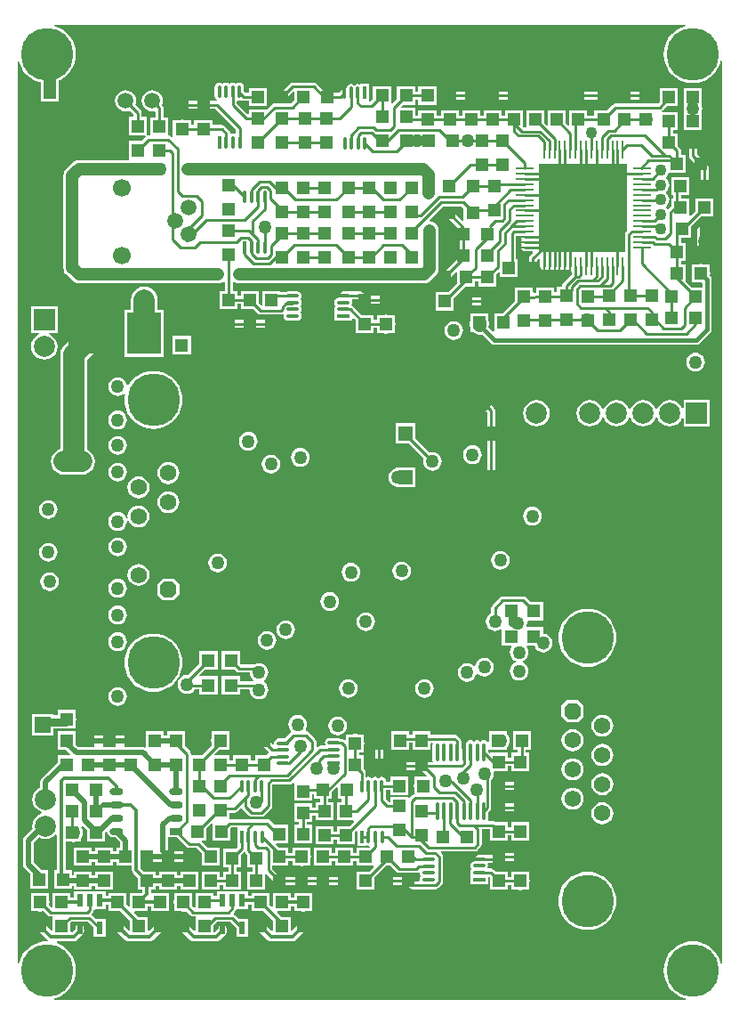
<source format=gtl>
%FSLAX42Y42*%
%MOMM*%
G71*
G01*
G75*
G04 Layer_Physical_Order=1*
G04 Layer_Color=255*
%ADD10R,1.22X1.22*%
%ADD11R,1.22X1.22*%
%ADD12R,3.20X4.00*%
%ADD13R,1.27X1.27*%
%ADD14R,1.40X1.40*%
%ADD15O,0.25X1.75*%
%ADD16O,1.75X0.25*%
%ADD17O,1.20X0.35*%
%ADD18R,1.20X0.35*%
%ADD19O,0.35X1.20*%
%ADD20R,0.35X1.20*%
%ADD21R,0.60X1.20*%
%ADD22O,1.30X0.65*%
%ADD23R,1.30X0.65*%
%ADD24O,0.35X1.85*%
%ADD25R,1.27X1.27*%
%ADD26R,1.52X1.52*%
%ADD27C,0.25*%
%ADD28C,0.60*%
%ADD29C,2.00*%
%ADD30C,1.20*%
%ADD31C,0.50*%
%ADD32C,0.40*%
%ADD33C,1.30*%
%ADD34C,0.25*%
%ADD35C,0.35*%
%ADD36C,0.30*%
%ADD37C,0.80*%
%ADD38C,5.00*%
%ADD39C,5.00*%
%ADD40C,1.57*%
%ADD41P,1.70X8X292.5*%
%ADD42R,1.50X1.50*%
%ADD43C,1.50*%
%ADD44C,2.00*%
%ADD45R,2.00X2.00*%
%ADD46R,2.00X2.00*%
%ADD47C,1.52*%
%ADD48C,1.27*%
%ADD49C,1.10*%
%ADD50C,1.70*%
G36*
X9801Y12852D02*
X9783Y12848D01*
X9743Y12831D01*
X9706Y12809D01*
X9673Y12781D01*
X9645Y12748D01*
X9622Y12711D01*
X9606Y12671D01*
X9595Y12629D01*
X9592Y12586D01*
X9595Y12543D01*
X9606Y12500D01*
X9622Y12460D01*
X9645Y12424D01*
X9673Y12391D01*
X9706Y12363D01*
X9743Y12340D01*
X9783Y12323D01*
X9825Y12313D01*
X9868Y12310D01*
X9911Y12313D01*
X9953Y12323D01*
X9993Y12340D01*
X10030Y12363D01*
X10063Y12391D01*
X10091Y12424D01*
X10114Y12460D01*
X10130Y12500D01*
X10135Y12519D01*
X10147Y12517D01*
Y3942D01*
X10135Y3940D01*
X10130Y3959D01*
X10114Y3999D01*
X10091Y4036D01*
X10063Y4069D01*
X10030Y4097D01*
X9993Y4119D01*
X9953Y4136D01*
X9911Y4146D01*
X9868Y4149D01*
X9825Y4146D01*
X9783Y4136D01*
X9743Y4119D01*
X9706Y4097D01*
X9673Y4069D01*
X9645Y4036D01*
X9622Y3999D01*
X9606Y3959D01*
X9595Y3917D01*
X9592Y3874D01*
X9595Y3830D01*
X9606Y3788D01*
X9622Y3748D01*
X9645Y3711D01*
X9673Y3678D01*
X9706Y3650D01*
X9743Y3628D01*
X9783Y3611D01*
X9801Y3607D01*
X9800Y3594D01*
X3789D01*
X3788Y3607D01*
X3806Y3611D01*
X3846Y3628D01*
X3883Y3650D01*
X3916Y3678D01*
X3944Y3711D01*
X3967Y3748D01*
X3983Y3788D01*
X3994Y3830D01*
X3997Y3874D01*
X3994Y3917D01*
X3983Y3959D01*
X3967Y3999D01*
X3944Y4036D01*
X3916Y4069D01*
X3883Y4097D01*
X3846Y4119D01*
X3812Y4133D01*
X3815Y4146D01*
X3973D01*
X3990Y4149D01*
X4004Y4158D01*
X4063Y4218D01*
X4073Y4232D01*
X4076Y4248D01*
X4073Y4265D01*
X4071Y4268D01*
Y4274D01*
X4068Y4289D01*
X4060Y4301D01*
X4047Y4310D01*
X4033Y4312D01*
X4018Y4310D01*
X4005Y4301D01*
X3997Y4289D01*
X3994Y4274D01*
Y4271D01*
X3958Y4236D01*
X3947Y4241D01*
Y4324D01*
X3956Y4333D01*
X4109D01*
X4167Y4275D01*
Y4189D01*
X4278D01*
Y4359D01*
X4192D01*
X4152Y4399D01*
X4150Y4400D01*
X4149Y4413D01*
X4155Y4418D01*
X4163Y4430D01*
X4166Y4445D01*
Y4445D01*
X4166Y4445D01*
X4185Y4455D01*
X4278D01*
Y4496D01*
X4308D01*
Y4435D01*
X4419D01*
X4511Y4343D01*
Y4253D01*
X4500Y4248D01*
X4425Y4323D01*
X4411Y4333D01*
X4394Y4336D01*
X4378Y4333D01*
X4371Y4328D01*
X4369Y4328D01*
X4357Y4320D01*
X4349Y4307D01*
X4346Y4293D01*
X4349Y4278D01*
X4357Y4266D01*
X4366Y4259D01*
X4467Y4158D01*
X4481Y4149D01*
X4498Y4146D01*
X4697D01*
X4714Y4149D01*
X4728Y4158D01*
X4728Y4158D01*
X4728Y4158D01*
X4831Y4262D01*
X4841Y4276D01*
X4844Y4293D01*
X4841Y4309D01*
X4831Y4323D01*
X4817Y4333D01*
X4801Y4336D01*
X4784Y4333D01*
X4770Y4323D01*
X4695Y4248D01*
X4683Y4253D01*
Y4379D01*
X4598D01*
X4553Y4424D01*
X4558Y4435D01*
X4683D01*
Y4478D01*
X4715D01*
Y4435D01*
X4887D01*
Y4607D01*
X4717D01*
Y4638D01*
X4760D01*
Y4673D01*
X4791D01*
Y4638D01*
X4963D01*
Y4673D01*
X4994D01*
Y4638D01*
X5166D01*
Y4810D01*
X4994D01*
Y4775D01*
X4963D01*
Y4810D01*
X4791D01*
Y4775D01*
X4760D01*
Y4810D01*
X4645D01*
X4613Y4843D01*
Y4938D01*
X4625Y4939D01*
X4627Y4933D01*
X4638Y4917D01*
X4654Y4906D01*
X4674Y4902D01*
X5080D01*
X5100Y4906D01*
X5116Y4917D01*
X5127Y4933D01*
X5131Y4953D01*
X5127Y4973D01*
X5116Y4989D01*
X5100Y5000D01*
X5080Y5004D01*
X4880D01*
X4877Y5007D01*
Y5137D01*
X4956D01*
X5047Y5047D01*
X5047D01*
X5047Y5047D01*
X5047Y5047D01*
Y5047D01*
X5059Y5038D01*
X5074Y5035D01*
X5147D01*
X5197Y4985D01*
Y4867D01*
X5369D01*
Y5039D01*
X5251D01*
X5194Y5097D01*
X5199Y5108D01*
X5242D01*
Y5226D01*
X5287Y5271D01*
X5299Y5266D01*
Y5108D01*
X5471D01*
Y5226D01*
X5477Y5232D01*
X5533D01*
Y5228D01*
X5533D01*
Y5058D01*
X5537D01*
Y5045D01*
X5518Y5026D01*
X5400D01*
Y4854D01*
X5448D01*
Y4810D01*
X5400D01*
Y4763D01*
X5369D01*
Y4810D01*
X5197D01*
Y4638D01*
X5369D01*
Y4686D01*
X5400D01*
Y4638D01*
X5572D01*
Y4810D01*
X5525D01*
Y4854D01*
X5572D01*
Y4972D01*
X5596Y4996D01*
X5609Y4995D01*
X5613Y4988D01*
X5629Y4972D01*
Y4854D01*
X5677D01*
Y4810D01*
X5629D01*
Y4638D01*
X5801D01*
Y4781D01*
X5813Y4786D01*
X5904Y4695D01*
X5904D01*
X5904Y4695D01*
X5904Y4695D01*
Y4695D01*
X5916Y4687D01*
X5931Y4684D01*
X5944Y4686D01*
X6553D01*
X6568Y4689D01*
X6580Y4697D01*
X6589Y4710D01*
X6591Y4724D01*
X6589Y4739D01*
X6580Y4751D01*
X6568Y4760D01*
X6553Y4763D01*
X5944D01*
X5868Y4839D01*
Y4865D01*
X6017D01*
Y4915D01*
X6061D01*
Y4867D01*
X6123D01*
X6124Y4867D01*
X6147Y4864D01*
X6170Y4867D01*
X6171Y4867D01*
X6233D01*
Y4929D01*
X6233Y4930D01*
X6236Y4953D01*
X6233Y4976D01*
X6233Y4977D01*
Y5039D01*
X6171D01*
X6170Y5039D01*
X6147Y5042D01*
X6124Y5039D01*
X6123Y5039D01*
X6061D01*
Y4991D01*
X6017D01*
Y5036D01*
X5934D01*
X5899Y5071D01*
X5904Y5083D01*
X6017D01*
Y5255D01*
X5886D01*
X5844Y5298D01*
X5831Y5306D01*
X5817Y5309D01*
X5461D01*
X5458Y5311D01*
X5458Y5312D01*
X5458Y5312D01*
X5458Y5312D01*
Y5372D01*
X5509D01*
X5523Y5375D01*
X5536Y5383D01*
X5536Y5383D01*
X5536Y5383D01*
X5568Y5415D01*
X5581Y5414D01*
X5586Y5405D01*
X5647Y5345D01*
X5647D01*
X5647Y5345D01*
X5647D01*
X5647Y5345D01*
Y5345D01*
X5647Y5345D01*
Y5345D01*
X5659Y5337D01*
X5674Y5334D01*
X5766D01*
X5780Y5337D01*
X5793Y5345D01*
X5856Y5409D01*
X5865Y5421D01*
X5868Y5436D01*
Y5636D01*
X5871Y5639D01*
X6030D01*
X6045Y5642D01*
X6057Y5651D01*
X6057Y5651D01*
X6057Y5651D01*
X6062Y5655D01*
X6074Y5650D01*
Y5489D01*
X6245D01*
Y5550D01*
X6264D01*
Y5502D01*
X6324D01*
Y5471D01*
X6277D01*
Y5423D01*
X6245D01*
Y5458D01*
X6074D01*
Y5286D01*
X6121D01*
Y5255D01*
X6074D01*
Y5083D01*
X6245D01*
Y5255D01*
X6198D01*
Y5286D01*
X6245D01*
Y5347D01*
X6277D01*
Y5299D01*
X6449D01*
Y5471D01*
X6401D01*
Y5502D01*
X6436D01*
Y5569D01*
X6481Y5614D01*
X6493Y5609D01*
Y5502D01*
X6528D01*
Y5471D01*
X6480D01*
Y5299D01*
X6638D01*
X6643Y5287D01*
X6598Y5242D01*
X6480D01*
Y5194D01*
X6449D01*
Y5242D01*
X6277D01*
Y5070D01*
X6449D01*
Y5118D01*
X6480D01*
Y5070D01*
X6652D01*
Y5188D01*
X6664Y5200D01*
X6676Y5195D01*
Y5058D01*
X6761D01*
X6761Y5058D01*
Y5058D01*
X6766Y5061D01*
X6767Y5061D01*
X6783Y5058D01*
X6791Y5059D01*
X6797Y5048D01*
X6788Y5039D01*
X6670D01*
Y4991D01*
X6639D01*
Y5039D01*
X6467D01*
Y4991D01*
X6436D01*
Y5039D01*
X6264D01*
Y4867D01*
X6436D01*
Y4915D01*
X6467D01*
Y4867D01*
X6639D01*
Y4915D01*
X6670D01*
Y4867D01*
X6828D01*
X6833Y4855D01*
X6788Y4810D01*
X6670D01*
Y4638D01*
X6842D01*
Y4756D01*
X6953Y4867D01*
X6991D01*
X7047Y4812D01*
X7047D01*
X7047Y4812D01*
X7047Y4812D01*
Y4812D01*
X7059Y4803D01*
X7074Y4800D01*
X7239D01*
X7254Y4803D01*
X7265Y4801D01*
X7268Y4800D01*
X7271Y4784D01*
X7280Y4770D01*
Y4768D01*
X7271Y4754D01*
X7267Y4737D01*
X7269Y4730D01*
X7261Y4720D01*
X7221D01*
X7190Y4751D01*
X7177Y4760D01*
X7163Y4763D01*
X6960D01*
X6945Y4760D01*
X6933Y4751D01*
X6924Y4739D01*
X6921Y4724D01*
X6924Y4710D01*
X6933Y4697D01*
X6945Y4689D01*
X6960Y4686D01*
X7147D01*
X7178Y4655D01*
X7190Y4647D01*
X7205Y4644D01*
X7419D01*
X7433Y4647D01*
X7446Y4655D01*
X7482Y4691D01*
X7490Y4704D01*
X7493Y4718D01*
Y4953D01*
X7490Y4968D01*
X7482Y4980D01*
X7470Y4992D01*
X7475Y5004D01*
X7795D01*
X7810Y5007D01*
X7822Y5015D01*
X7822Y5015D01*
X7822Y5015D01*
X7850Y5043D01*
X7859Y5056D01*
X7861Y5070D01*
X7861Y5070D01*
X7861Y5070D01*
Y5070D01*
Y5216D01*
X7940D01*
Y5108D01*
X8112D01*
Y5156D01*
X8144D01*
Y5108D01*
X8316D01*
Y5280D01*
X8144D01*
Y5233D01*
X8112D01*
Y5280D01*
X7995D01*
X7994Y5281D01*
X7981Y5290D01*
X7967Y5292D01*
X7930D01*
X7922Y5302D01*
X7924Y5309D01*
Y5373D01*
X7939Y5389D01*
X7947Y5401D01*
X7950Y5416D01*
X7950Y5416D01*
X7950Y5416D01*
Y5416D01*
Y5678D01*
X7964Y5696D01*
X7973Y5717D01*
X7976Y5740D01*
X7973Y5759D01*
X7982Y5769D01*
X8112D01*
Y5816D01*
X8144D01*
Y5769D01*
X8316D01*
Y5941D01*
X8281D01*
Y5972D01*
X8328D01*
Y6144D01*
X8156D01*
Y5972D01*
X8204D01*
Y5941D01*
X8144D01*
Y5893D01*
X8112D01*
Y5941D01*
X7940D01*
X7940Y5941D01*
Y5941D01*
X7939Y5940D01*
X7924Y5955D01*
Y5972D01*
X7924D01*
X7928D01*
X7933Y5972D01*
X7933Y5972D01*
Y5972D01*
X8015D01*
X8016Y5972D01*
X8039Y5969D01*
X8062Y5972D01*
X8063Y5972D01*
X8100D01*
Y5993D01*
X8102Y5995D01*
X8116Y6013D01*
X8125Y6035D01*
X8128Y6058D01*
X8125Y6081D01*
X8116Y6103D01*
X8102Y6121D01*
X8100Y6123D01*
Y6144D01*
X8063D01*
X8062Y6144D01*
X8039Y6147D01*
X8016Y6144D01*
X8015Y6144D01*
X7928D01*
Y6047D01*
X7916Y6043D01*
X7911Y6050D01*
X7897Y6059D01*
X7880Y6063D01*
X7864Y6059D01*
X7850Y6050D01*
X7847D01*
X7833Y6059D01*
X7817Y6063D01*
X7800Y6059D01*
X7786Y6050D01*
X7784D01*
X7770Y6059D01*
X7753Y6063D01*
X7737Y6059D01*
X7723Y6050D01*
X7713Y6036D01*
X7710Y6019D01*
Y5988D01*
X7700Y5980D01*
X7690Y5982D01*
X7679Y5980D01*
X7670Y5988D01*
Y6019D01*
X7666Y6036D01*
X7665Y6038D01*
Y6052D01*
X7662Y6066D01*
X7653Y6079D01*
X7631Y6101D01*
X7618Y6110D01*
X7604Y6112D01*
X7376D01*
Y6144D01*
X7204D01*
Y6112D01*
X7173D01*
Y6144D01*
X7110D01*
X7110Y6144D01*
X7087Y6147D01*
X7063Y6144D01*
X7063Y6144D01*
X7001D01*
Y6082D01*
X7000Y6081D01*
X6997Y6058D01*
X7000Y6035D01*
X7001Y6034D01*
Y5972D01*
X7063D01*
X7063Y5972D01*
X7087Y5969D01*
X7110Y5972D01*
X7110Y5972D01*
X7173D01*
Y6034D01*
X7173Y6035D01*
X7173Y6036D01*
X7204D01*
Y5972D01*
X7376D01*
Y6029D01*
X7388Y6034D01*
X7394Y6026D01*
X7393Y6019D01*
Y5869D01*
X7394Y5862D01*
X7386Y5852D01*
X7321D01*
X7317Y5856D01*
X7304Y5865D01*
X7290Y5868D01*
X7275Y5865D01*
X7263Y5856D01*
X7260Y5852D01*
X6922D01*
Y6033D01*
X6919Y6047D01*
X6910Y6060D01*
X6898Y6068D01*
X6883Y6071D01*
X6869Y6068D01*
X6856Y6060D01*
X6848Y6047D01*
X6845Y6033D01*
Y5829D01*
X6845Y5829D01*
X6845D01*
X6848Y5815D01*
X6856Y5802D01*
X6871Y5787D01*
X6884Y5779D01*
X6899Y5776D01*
X7289D01*
X7341Y5724D01*
X7336Y5712D01*
X7326D01*
X7326Y5712D01*
X7303Y5715D01*
X7279Y5712D01*
X7279Y5712D01*
X7217D01*
Y5650D01*
X7216Y5649D01*
X7213Y5626D01*
X7216Y5603D01*
X7217Y5602D01*
Y5550D01*
X7215Y5550D01*
X7214Y5550D01*
X7202Y5541D01*
X7172Y5511D01*
X7160Y5516D01*
Y5522D01*
X6988D01*
Y5474D01*
X6975D01*
X6947Y5502D01*
Y5564D01*
X6949Y5567D01*
X6952Y5584D01*
Y5588D01*
X6988D01*
Y5540D01*
X7160D01*
Y5712D01*
X6988D01*
Y5664D01*
X6952D01*
Y5669D01*
X6949Y5685D01*
X6939Y5699D01*
X6925Y5709D01*
X6909Y5712D01*
X6892Y5709D01*
X6878Y5699D01*
X6876D01*
X6862Y5709D01*
X6845Y5712D01*
X6829Y5709D01*
X6815Y5699D01*
X6812D01*
X6798Y5709D01*
X6782Y5712D01*
X6766Y5709D01*
X6757Y5717D01*
Y5753D01*
X6754Y5768D01*
X6745Y5780D01*
X6741Y5785D01*
Y5915D01*
X6693D01*
Y5947D01*
X6741D01*
Y6009D01*
X6741Y6009D01*
X6744Y6033D01*
X6741Y6056D01*
X6741Y6056D01*
Y6118D01*
X6679D01*
X6678Y6119D01*
X6655Y6122D01*
X6632Y6119D01*
X6631Y6118D01*
X6569D01*
Y6068D01*
X6558Y6061D01*
X6551Y6064D01*
X6550Y6064D01*
X6538Y6072D01*
X6523Y6075D01*
X6513D01*
X6511Y6077D01*
X6494Y6080D01*
X6409D01*
X6393Y6077D01*
X6378Y6068D01*
X6369Y6054D01*
X6366Y6037D01*
X6369Y6020D01*
X6364Y6010D01*
X6324D01*
X6310Y6007D01*
X6298Y5999D01*
X6287Y6005D01*
Y6045D01*
X6284Y6060D01*
X6275Y6072D01*
X6212Y6136D01*
X6200Y6144D01*
X6185Y6147D01*
X6185Y6148D01*
X6185Y6164D01*
X6186Y6166D01*
X6195Y6187D01*
X6198Y6210D01*
X6195Y6233D01*
X6186Y6255D01*
X6172Y6273D01*
X6153Y6288D01*
X6132Y6297D01*
X6109Y6300D01*
X6086Y6297D01*
X6064Y6288D01*
X6046Y6273D01*
X6031Y6255D01*
X6022Y6233D01*
X6019Y6210D01*
X6022Y6187D01*
X6031Y6166D01*
X6046Y6147D01*
Y6147D01*
X6044Y6136D01*
X5984Y6076D01*
X5927D01*
X5910Y6073D01*
X5896Y6063D01*
X5886Y6049D01*
X5883Y6033D01*
X5885Y6023D01*
X5874Y6017D01*
X5806Y6085D01*
X5793Y6093D01*
X5778Y6096D01*
X5677D01*
X5662Y6093D01*
X5650Y6085D01*
X5642Y6073D01*
X5639Y6058D01*
X5642Y6043D01*
X5650Y6031D01*
X5662Y6023D01*
X5677Y6020D01*
X5763D01*
X5834Y5948D01*
X5833Y5936D01*
X5828Y5933D01*
X5810Y5915D01*
X5705D01*
Y5868D01*
X5661D01*
Y5915D01*
X5489D01*
Y5868D01*
X5458D01*
Y5915D01*
X5318D01*
X5313Y5927D01*
X5357Y5971D01*
X5372Y5969D01*
X5395Y5972D01*
X5396Y5972D01*
X5458D01*
Y6034D01*
X5458Y6035D01*
X5461Y6058D01*
X5458Y6081D01*
X5458Y6082D01*
Y6144D01*
X5396D01*
X5395Y6144D01*
X5372Y6147D01*
X5349Y6144D01*
X5348Y6144D01*
X5286D01*
Y6082D01*
X5286Y6081D01*
X5283Y6058D01*
X5286Y6035D01*
X5286Y6034D01*
Y6008D01*
X5193Y5915D01*
X5094D01*
Y5917D01*
X5093Y5921D01*
Y5931D01*
X5090Y5946D01*
X5082Y5958D01*
X5039Y6001D01*
Y6144D01*
X4867D01*
Y6109D01*
X4836D01*
Y6144D01*
X4664D01*
Y6004D01*
X4656Y5993D01*
X4654Y5991D01*
X4635Y5995D01*
X4524D01*
X4523Y6007D01*
X4541Y6011D01*
X4557Y6022D01*
X4568Y6038D01*
X4572Y6058D01*
X4568Y6077D01*
X4557Y6094D01*
X4541Y6105D01*
X4521Y6109D01*
X4115D01*
X4095Y6105D01*
X4079Y6094D01*
X4068Y6077D01*
X4064Y6058D01*
X4068Y6038D01*
X4079Y6022D01*
X4095Y6011D01*
X4113Y6007D01*
X4112Y5995D01*
X4022D01*
X3998Y6019D01*
Y6144D01*
X3826D01*
Y5972D01*
X3900D01*
X3945Y5927D01*
X3940Y5915D01*
X3826D01*
Y5854D01*
X3672Y5700D01*
X3661Y5684D01*
X3657Y5664D01*
Y5613D01*
X3645Y5608D01*
X3619Y5588D01*
X3599Y5562D01*
X3587Y5532D01*
X3582Y5499D01*
X3587Y5466D01*
X3599Y5436D01*
X3619Y5410D01*
X3645Y5390D01*
X3673Y5378D01*
Y5366D01*
X3645Y5354D01*
X3619Y5334D01*
X3599Y5308D01*
X3587Y5278D01*
X3582Y5245D01*
X3586Y5220D01*
X3507Y5141D01*
X3496Y5125D01*
X3492Y5105D01*
Y4881D01*
X3492Y4881D01*
X3492D01*
X3496Y4862D01*
X3507Y4845D01*
X3559Y4793D01*
Y4651D01*
X3731D01*
Y4823D01*
X3676D01*
X3672Y4829D01*
X3660Y4837D01*
X3594Y4902D01*
Y5084D01*
X3646Y5136D01*
X3676Y5123D01*
X3708Y5119D01*
X3741Y5123D01*
X3771Y5136D01*
X3798Y5156D01*
X3803Y5164D01*
X3815Y5160D01*
Y4823D01*
X3788D01*
Y4651D01*
X3959D01*
Y4673D01*
X3978D01*
Y4638D01*
X4150D01*
Y4673D01*
X4181D01*
Y4638D01*
X4353D01*
Y4810D01*
X4181D01*
Y4775D01*
X4150D01*
Y4810D01*
X3978D01*
Y4775D01*
X3959D01*
Y4823D01*
X3902D01*
Y5096D01*
X3951D01*
X3952Y5095D01*
X3975Y5092D01*
X3998Y5095D01*
X3999Y5096D01*
X4048D01*
Y5132D01*
X4052Y5137D01*
X4061Y5158D01*
X4064Y5182D01*
X4061Y5205D01*
X4052Y5226D01*
X4049Y5231D01*
X4052Y5243D01*
X4060Y5247D01*
X4105Y5202D01*
Y5096D01*
X4277D01*
Y5179D01*
X4287Y5187D01*
X4295Y5185D01*
X4297Y5172D01*
X4310Y5153D01*
X4329Y5140D01*
X4351Y5136D01*
X4371D01*
X4419Y5087D01*
Y5039D01*
X4384D01*
Y5004D01*
X4353D01*
Y5039D01*
X4181D01*
Y5004D01*
X4150D01*
Y5039D01*
X3978D01*
Y4867D01*
X4150D01*
Y4902D01*
X4181D01*
Y4867D01*
X4353D01*
Y4902D01*
X4384D01*
Y4867D01*
X4531D01*
Y4826D01*
X4531Y4826D01*
X4534Y4813D01*
X4534Y4810D01*
X4543Y4797D01*
X4588Y4753D01*
Y4638D01*
X4630D01*
Y4615D01*
X4622Y4607D01*
X4511D01*
Y4482D01*
X4500Y4477D01*
X4480Y4497D01*
Y4607D01*
X4308D01*
Y4583D01*
X4278D01*
Y4625D01*
X3978D01*
Y4565D01*
X3947D01*
Y4607D01*
X3775D01*
Y4475D01*
X3763Y4470D01*
X3744Y4489D01*
Y4497D01*
X3744Y4498D01*
X3747Y4521D01*
X3744Y4544D01*
X3744Y4545D01*
Y4607D01*
X3681D01*
X3681Y4607D01*
X3658Y4610D01*
X3634Y4607D01*
X3634Y4607D01*
X3572D01*
Y4545D01*
X3571Y4544D01*
X3568Y4521D01*
X3571Y4498D01*
X3572Y4497D01*
Y4435D01*
X3634D01*
X3634Y4435D01*
X3658Y4432D01*
X3681Y4435D01*
X3681Y4435D01*
X3689D01*
X3729Y4396D01*
X3741Y4387D01*
X3756Y4385D01*
X3775D01*
Y4379D01*
X3775D01*
Y4253D01*
X3763Y4248D01*
X3688Y4323D01*
X3674Y4333D01*
X3658Y4336D01*
X3641Y4333D01*
X3627Y4323D01*
X3618Y4309D01*
X3614Y4293D01*
X3618Y4276D01*
X3627Y4262D01*
X3728Y4161D01*
X3723Y4149D01*
X3721Y4149D01*
X3678Y4146D01*
X3636Y4136D01*
X3596Y4119D01*
X3559Y4097D01*
X3526Y4069D01*
X3498Y4036D01*
X3475Y3999D01*
X3459Y3959D01*
X3454Y3940D01*
X3442Y3942D01*
Y12517D01*
X3454Y12519D01*
X3459Y12500D01*
X3475Y12460D01*
X3498Y12424D01*
X3526Y12391D01*
X3559Y12363D01*
X3596Y12340D01*
X3636Y12323D01*
X3661Y12317D01*
Y12303D01*
X3661D01*
Y12131D01*
X3832D01*
Y12303D01*
X3832D01*
Y12334D01*
X3846Y12340D01*
X3883Y12363D01*
X3916Y12391D01*
X3944Y12424D01*
X3967Y12460D01*
X3983Y12500D01*
X3994Y12543D01*
X3997Y12586D01*
X3994Y12629D01*
X3983Y12671D01*
X3967Y12711D01*
X3944Y12748D01*
X3916Y12781D01*
X3883Y12809D01*
X3846Y12831D01*
X3806Y12848D01*
X3788Y12852D01*
X3789Y12865D01*
X9800D01*
X9801Y12852D01*
D02*
G37*
%LPC*%
G36*
X4394Y7087D02*
X4371Y7084D01*
X4350Y7075D01*
X4331Y7061D01*
X4317Y7042D01*
X4308Y7021D01*
X4305Y6998D01*
X4308Y6975D01*
X4317Y6953D01*
X4331Y6935D01*
X4350Y6920D01*
X4371Y6911D01*
X4394Y6908D01*
X4417Y6911D01*
X4439Y6920D01*
X4457Y6935D01*
X4472Y6953D01*
X4480Y6975D01*
X4483Y6998D01*
X4480Y7021D01*
X4472Y7042D01*
X4457Y7061D01*
X4439Y7075D01*
X4417Y7084D01*
X4394Y7087D01*
D02*
G37*
G36*
X5817Y7100D02*
X5793Y7097D01*
X5772Y7088D01*
X5753Y7074D01*
X5739Y7055D01*
X5730Y7034D01*
X5727Y7010D01*
X5730Y6987D01*
X5739Y6966D01*
X5753Y6947D01*
X5772Y6933D01*
X5793Y6924D01*
X5817Y6921D01*
X5840Y6924D01*
X5861Y6933D01*
X5880Y6947D01*
X5894Y6966D01*
X5903Y6987D01*
X5906Y7010D01*
X5903Y7034D01*
X5894Y7055D01*
X5880Y7074D01*
X5861Y7088D01*
X5840Y7097D01*
X5817Y7100D01*
D02*
G37*
G36*
X6756Y7277D02*
X6733Y7274D01*
X6712Y7266D01*
X6693Y7251D01*
X6679Y7233D01*
X6670Y7211D01*
X6667Y7188D01*
X6670Y7165D01*
X6679Y7144D01*
X6693Y7125D01*
X6712Y7111D01*
X6733Y7102D01*
X6756Y7099D01*
X6780Y7102D01*
X6801Y7111D01*
X6820Y7125D01*
X6834Y7144D01*
X6843Y7165D01*
X6846Y7188D01*
X6843Y7211D01*
X6834Y7233D01*
X6820Y7251D01*
X6801Y7266D01*
X6780Y7274D01*
X6756Y7277D01*
D02*
G37*
G36*
X5994Y7201D02*
X5971Y7198D01*
X5950Y7189D01*
X5931Y7175D01*
X5917Y7157D01*
X5908Y7135D01*
X5905Y7112D01*
X5908Y7089D01*
X5917Y7067D01*
X5931Y7049D01*
X5950Y7035D01*
X5971Y7026D01*
X5994Y7023D01*
X6018Y7026D01*
X6039Y7035D01*
X6058Y7049D01*
X6072Y7067D01*
X6081Y7089D01*
X6084Y7112D01*
X6081Y7135D01*
X6072Y7157D01*
X6058Y7175D01*
X6039Y7189D01*
X6018Y7198D01*
X5994Y7201D01*
D02*
G37*
G36*
X8256Y7429D02*
X8062D01*
X8047Y7426D01*
X8035Y7418D01*
X7961Y7344D01*
X7953Y7332D01*
X7950Y7317D01*
Y7268D01*
X7944Y7266D01*
X7925Y7251D01*
X7911Y7233D01*
X7902Y7211D01*
X7899Y7188D01*
X7902Y7165D01*
X7911Y7144D01*
X7925Y7125D01*
X7944Y7111D01*
X7965Y7102D01*
X7988Y7099D01*
X8011Y7102D01*
X8033Y7111D01*
X8041Y7117D01*
X8052Y7111D01*
Y6960D01*
X8140D01*
X8146Y6949D01*
X8140Y6941D01*
X8131Y6919D01*
X8128Y6896D01*
X8131Y6873D01*
X8140Y6851D01*
X8154Y6833D01*
X8172Y6819D01*
X8185Y6814D01*
Y6801D01*
X8172Y6796D01*
X8154Y6781D01*
X8140Y6763D01*
X8131Y6741D01*
X8128Y6718D01*
X8131Y6695D01*
X8140Y6674D01*
X8154Y6655D01*
X8172Y6641D01*
X8194Y6632D01*
X8217Y6629D01*
X8240Y6632D01*
X8262Y6641D01*
X8280Y6655D01*
X8294Y6674D01*
X8303Y6695D01*
X8306Y6718D01*
X8303Y6741D01*
X8294Y6763D01*
X8280Y6781D01*
X8262Y6796D01*
X8249Y6801D01*
Y6814D01*
X8262Y6819D01*
X8280Y6833D01*
X8294Y6851D01*
X8303Y6873D01*
X8306Y6896D01*
X8303Y6919D01*
X8294Y6941D01*
X8288Y6949D01*
X8294Y6960D01*
X8360D01*
X8368Y6940D01*
X8382Y6922D01*
X8401Y6908D01*
X8422Y6899D01*
X8446Y6896D01*
X8469Y6899D01*
X8490Y6908D01*
X8509Y6922D01*
X8523Y6940D01*
X8532Y6962D01*
X8535Y6985D01*
X8532Y7008D01*
X8523Y7030D01*
X8509Y7048D01*
X8490Y7062D01*
X8469Y7071D01*
X8446Y7074D01*
X8445Y7075D01*
Y7137D01*
X8295D01*
X8288Y7148D01*
X8290Y7152D01*
X8293Y7175D01*
X8291Y7192D01*
X8300Y7201D01*
X8445D01*
Y7378D01*
X8322D01*
X8283Y7418D01*
X8270Y7426D01*
X8256Y7429D01*
D02*
G37*
G36*
X5346Y6908D02*
X5169D01*
Y6785D01*
X5063Y6679D01*
X5055Y6681D01*
X5031Y6678D01*
X5010Y6669D01*
X4991Y6654D01*
X4977Y6636D01*
X4968Y6614D01*
X4965Y6591D01*
X4968Y6568D01*
X4977Y6547D01*
X4991Y6528D01*
X5010Y6514D01*
X5031Y6505D01*
X5055Y6502D01*
X5078Y6505D01*
X5099Y6514D01*
X5118Y6528D01*
X5129Y6544D01*
X5169D01*
Y6493D01*
X5346D01*
Y6670D01*
X5179D01*
X5174Y6682D01*
X5223Y6731D01*
X5346D01*
Y6908D01*
D02*
G37*
G36*
X5562D02*
X5385D01*
Y6731D01*
X5508D01*
X5523Y6717D01*
X5523D01*
X5523Y6717D01*
X5523Y6717D01*
Y6717D01*
X5535Y6708D01*
X5550Y6705D01*
X5651D01*
X5654Y6682D01*
X5663Y6661D01*
X5677Y6642D01*
X5691Y6632D01*
X5687Y6620D01*
X5562D01*
Y6670D01*
X5385D01*
Y6493D01*
X5562D01*
Y6544D01*
X5649D01*
X5651Y6540D01*
X5654Y6517D01*
X5663Y6496D01*
X5677Y6477D01*
X5696Y6463D01*
X5717Y6454D01*
X5740Y6451D01*
X5764Y6454D01*
X5785Y6463D01*
X5804Y6477D01*
X5818Y6496D01*
X5827Y6517D01*
X5830Y6540D01*
X5827Y6564D01*
X5818Y6585D01*
X5804Y6604D01*
X5786Y6617D01*
Y6629D01*
X5804Y6642D01*
X5818Y6661D01*
X5827Y6682D01*
X5830Y6706D01*
X5827Y6729D01*
X5818Y6750D01*
X5804Y6769D01*
X5785Y6783D01*
X5764Y6792D01*
X5740Y6795D01*
X5717Y6792D01*
X5696Y6783D01*
X5695Y6782D01*
X5566D01*
X5562Y6785D01*
Y6908D01*
D02*
G37*
G36*
X7887Y6846D02*
X7864Y6843D01*
X7842Y6834D01*
X7824Y6820D01*
X7809Y6801D01*
X7800Y6780D01*
X7799Y6769D01*
X7787Y6766D01*
X7785Y6769D01*
X7766Y6783D01*
X7745Y6792D01*
X7722Y6795D01*
X7698Y6792D01*
X7677Y6783D01*
X7658Y6769D01*
X7644Y6750D01*
X7635Y6729D01*
X7632Y6706D01*
X7635Y6682D01*
X7644Y6661D01*
X7658Y6642D01*
X7677Y6628D01*
X7698Y6619D01*
X7722Y6616D01*
X7745Y6619D01*
X7766Y6628D01*
X7785Y6642D01*
X7799Y6661D01*
X7808Y6682D01*
X7809Y6693D01*
X7821Y6696D01*
X7824Y6693D01*
X7842Y6679D01*
X7864Y6670D01*
X7887Y6667D01*
X7910Y6670D01*
X7931Y6679D01*
X7950Y6693D01*
X7964Y6712D01*
X7973Y6733D01*
X7976Y6756D01*
X7973Y6780D01*
X7964Y6801D01*
X7950Y6820D01*
X7931Y6834D01*
X7910Y6843D01*
X7887Y6846D01*
D02*
G37*
G36*
X8867Y7309D02*
X8824Y7306D01*
X8782Y7296D01*
X8742Y7279D01*
X8705Y7257D01*
X8672Y7229D01*
X8644Y7196D01*
X8621Y7159D01*
X8605Y7119D01*
X8594Y7077D01*
X8591Y7034D01*
X8594Y6991D01*
X8605Y6949D01*
X8621Y6909D01*
X8644Y6872D01*
X8672Y6839D01*
X8705Y6811D01*
X8742Y6788D01*
X8782Y6772D01*
X8824Y6761D01*
X8867Y6758D01*
X8910Y6761D01*
X8952Y6772D01*
X8992Y6788D01*
X9029Y6811D01*
X9062Y6839D01*
X9090Y6872D01*
X9112Y6909D01*
X9129Y6949D01*
X9139Y6991D01*
X9142Y7034D01*
X9139Y7077D01*
X9129Y7119D01*
X9112Y7159D01*
X9090Y7196D01*
X9062Y7229D01*
X9029Y7257D01*
X8992Y7279D01*
X8952Y7296D01*
X8910Y7306D01*
X8867Y7309D01*
D02*
G37*
G36*
X4394Y7341D02*
X4371Y7338D01*
X4350Y7329D01*
X4331Y7315D01*
X4317Y7296D01*
X4308Y7275D01*
X4305Y7252D01*
X4308Y7229D01*
X4317Y7207D01*
X4331Y7189D01*
X4350Y7174D01*
X4371Y7165D01*
X4394Y7162D01*
X4417Y7165D01*
X4439Y7174D01*
X4457Y7189D01*
X4472Y7207D01*
X4480Y7229D01*
X4483Y7252D01*
X4480Y7275D01*
X4472Y7296D01*
X4457Y7315D01*
X4439Y7329D01*
X4417Y7338D01*
X4394Y7341D01*
D02*
G37*
G36*
X7099Y7760D02*
X7076Y7757D01*
X7055Y7748D01*
X7036Y7734D01*
X7022Y7715D01*
X7013Y7694D01*
X7010Y7671D01*
X7013Y7648D01*
X7022Y7626D01*
X7036Y7608D01*
X7055Y7593D01*
X7076Y7585D01*
X7099Y7582D01*
X7122Y7585D01*
X7144Y7593D01*
X7162Y7608D01*
X7177Y7626D01*
X7186Y7648D01*
X7189Y7671D01*
X7186Y7694D01*
X7177Y7715D01*
X7162Y7734D01*
X7144Y7748D01*
X7122Y7757D01*
X7099Y7760D01*
D02*
G37*
G36*
X6617Y7747D02*
X6594Y7744D01*
X6572Y7735D01*
X6554Y7721D01*
X6540Y7702D01*
X6531Y7681D01*
X6528Y7658D01*
X6531Y7635D01*
X6540Y7613D01*
X6554Y7595D01*
X6572Y7580D01*
X6594Y7571D01*
X6617Y7568D01*
X6640Y7571D01*
X6662Y7580D01*
X6680Y7595D01*
X6694Y7613D01*
X6703Y7635D01*
X6706Y7658D01*
X6703Y7681D01*
X6694Y7702D01*
X6680Y7721D01*
X6662Y7735D01*
X6640Y7744D01*
X6617Y7747D01*
D02*
G37*
G36*
X8039Y7862D02*
X8016Y7859D01*
X7994Y7850D01*
X7976Y7836D01*
X7962Y7817D01*
X7953Y7796D01*
X7950Y7772D01*
X7953Y7749D01*
X7962Y7728D01*
X7976Y7709D01*
X7994Y7695D01*
X8016Y7686D01*
X8039Y7683D01*
X8062Y7686D01*
X8084Y7695D01*
X8102Y7709D01*
X8116Y7728D01*
X8125Y7749D01*
X8128Y7772D01*
X8125Y7796D01*
X8116Y7817D01*
X8102Y7836D01*
X8084Y7850D01*
X8062Y7859D01*
X8039Y7862D01*
D02*
G37*
G36*
X5347Y7836D02*
X5324Y7833D01*
X5302Y7824D01*
X5284Y7810D01*
X5269Y7792D01*
X5260Y7770D01*
X5257Y7747D01*
X5260Y7724D01*
X5269Y7702D01*
X5284Y7684D01*
X5302Y7670D01*
X5324Y7661D01*
X5347Y7658D01*
X5370Y7661D01*
X5391Y7670D01*
X5410Y7684D01*
X5424Y7702D01*
X5433Y7724D01*
X5436Y7747D01*
X5433Y7770D01*
X5424Y7792D01*
X5410Y7810D01*
X5391Y7824D01*
X5370Y7833D01*
X5347Y7836D01*
D02*
G37*
G36*
X4593Y7737D02*
X4566Y7734D01*
X4541Y7723D01*
X4519Y7707D01*
X4503Y7685D01*
X4492Y7660D01*
X4489Y7633D01*
X4492Y7606D01*
X4503Y7580D01*
X4519Y7559D01*
X4541Y7542D01*
X4566Y7532D01*
X4593Y7528D01*
X4620Y7532D01*
X4645Y7542D01*
X4667Y7559D01*
X4684Y7580D01*
X4694Y7606D01*
X4698Y7633D01*
X4694Y7660D01*
X4684Y7685D01*
X4667Y7707D01*
X4645Y7723D01*
X4620Y7734D01*
X4593Y7737D01*
D02*
G37*
G36*
X4929Y7597D02*
X4825D01*
X4773Y7545D01*
Y7441D01*
X4825Y7389D01*
X4929D01*
X4981Y7441D01*
Y7545D01*
X4929Y7597D01*
D02*
G37*
G36*
X6414Y7468D02*
X6390Y7465D01*
X6369Y7456D01*
X6350Y7442D01*
X6336Y7423D01*
X6327Y7402D01*
X6324Y7379D01*
X6327Y7356D01*
X6336Y7334D01*
X6350Y7316D01*
X6369Y7301D01*
X6390Y7292D01*
X6414Y7289D01*
X6437Y7292D01*
X6458Y7301D01*
X6477Y7316D01*
X6491Y7334D01*
X6500Y7356D01*
X6503Y7379D01*
X6500Y7402D01*
X6491Y7423D01*
X6477Y7442D01*
X6458Y7456D01*
X6437Y7465D01*
X6414Y7468D01*
D02*
G37*
G36*
X3747Y7658D02*
X3723Y7655D01*
X3702Y7647D01*
X3683Y7632D01*
X3669Y7614D01*
X3660Y7592D01*
X3657Y7569D01*
X3660Y7546D01*
X3669Y7525D01*
X3683Y7506D01*
X3702Y7492D01*
X3723Y7483D01*
X3747Y7480D01*
X3770Y7483D01*
X3791Y7492D01*
X3810Y7506D01*
X3824Y7525D01*
X3833Y7546D01*
X3836Y7569D01*
X3833Y7592D01*
X3824Y7614D01*
X3810Y7632D01*
X3791Y7647D01*
X3770Y7655D01*
X3747Y7658D01*
D02*
G37*
G36*
X4394Y7595D02*
X4371Y7592D01*
X4350Y7583D01*
X4331Y7569D01*
X4317Y7550D01*
X4308Y7529D01*
X4305Y7506D01*
X4308Y7483D01*
X4317Y7461D01*
X4331Y7443D01*
X4350Y7428D01*
X4371Y7419D01*
X4394Y7416D01*
X4417Y7419D01*
X4439Y7428D01*
X4457Y7443D01*
X4472Y7461D01*
X4480Y7483D01*
X4483Y7506D01*
X4480Y7529D01*
X4472Y7550D01*
X4457Y7569D01*
X4439Y7583D01*
X4417Y7592D01*
X4394Y7595D01*
D02*
G37*
G36*
X8725Y5610D02*
X8698Y5607D01*
X8673Y5596D01*
X8651Y5579D01*
X8634Y5558D01*
X8624Y5533D01*
X8620Y5505D01*
X8624Y5478D01*
X8634Y5453D01*
X8651Y5431D01*
X8673Y5415D01*
X8698Y5404D01*
X8725Y5401D01*
X8752Y5404D01*
X8777Y5415D01*
X8799Y5431D01*
X8816Y5453D01*
X8826Y5478D01*
X8830Y5505D01*
X8826Y5533D01*
X8816Y5558D01*
X8799Y5579D01*
X8777Y5596D01*
X8752Y5607D01*
X8725Y5610D01*
D02*
G37*
G36*
X8230Y5664D02*
X8026D01*
X8012Y5661D01*
X7999Y5653D01*
X7991Y5641D01*
X7988Y5626D01*
X7991Y5611D01*
X7999Y5599D01*
X8012Y5591D01*
X8026Y5588D01*
X8191D01*
Y5461D01*
X8026D01*
X8012Y5458D01*
X7999Y5450D01*
X7991Y5438D01*
X7988Y5423D01*
X7991Y5408D01*
X7999Y5396D01*
X8012Y5388D01*
X8026Y5385D01*
X8230D01*
X8244Y5388D01*
X8257Y5396D01*
X8265Y5408D01*
X8268Y5423D01*
Y5626D01*
X8265Y5641D01*
X8257Y5653D01*
X8244Y5661D01*
X8230Y5664D01*
D02*
G37*
G36*
X8725Y5887D02*
X8698Y5884D01*
X8673Y5873D01*
X8651Y5857D01*
X8634Y5835D01*
X8624Y5810D01*
X8620Y5783D01*
X8624Y5756D01*
X8634Y5730D01*
X8651Y5709D01*
X8673Y5692D01*
X8698Y5682D01*
X8725Y5678D01*
X8752Y5682D01*
X8777Y5692D01*
X8799Y5709D01*
X8816Y5730D01*
X8826Y5756D01*
X8830Y5783D01*
X8826Y5810D01*
X8816Y5835D01*
X8799Y5857D01*
X8777Y5873D01*
X8752Y5884D01*
X8725Y5887D01*
D02*
G37*
G36*
X9009Y5748D02*
X8981Y5744D01*
X8956Y5734D01*
X8935Y5717D01*
X8918Y5695D01*
X8907Y5670D01*
X8904Y5643D01*
X8907Y5616D01*
X8918Y5591D01*
X8935Y5569D01*
X8956Y5552D01*
X8981Y5542D01*
X9009Y5538D01*
X9036Y5542D01*
X9061Y5552D01*
X9083Y5569D01*
X9099Y5591D01*
X9110Y5616D01*
X9113Y5643D01*
X9110Y5670D01*
X9099Y5695D01*
X9083Y5717D01*
X9061Y5734D01*
X9036Y5744D01*
X9009Y5748D01*
D02*
G37*
G36*
X5931Y5614D02*
X5916Y5611D01*
X5904Y5602D01*
X5896Y5590D01*
X5893Y5575D01*
Y5372D01*
X5896Y5357D01*
X5904Y5345D01*
X5916Y5337D01*
X5931Y5334D01*
X5946Y5337D01*
X5958Y5345D01*
X5966Y5357D01*
X5969Y5372D01*
Y5575D01*
X5966Y5590D01*
X5958Y5602D01*
X5946Y5611D01*
X5931Y5614D01*
D02*
G37*
G36*
X5636Y4625D02*
X5336D01*
Y4578D01*
X5306D01*
Y4607D01*
X5134D01*
Y4475D01*
X5122Y4470D01*
X5102Y4489D01*
Y4497D01*
X5103Y4498D01*
X5106Y4521D01*
X5103Y4544D01*
X5102Y4545D01*
Y4607D01*
X5040D01*
X5040Y4607D01*
X5017Y4610D01*
X4993Y4607D01*
X4993Y4607D01*
X4931D01*
Y4545D01*
X4930Y4544D01*
X4927Y4521D01*
X4930Y4498D01*
X4931Y4497D01*
Y4435D01*
X4993D01*
X4993Y4435D01*
X5017Y4432D01*
X5040Y4435D01*
X5040Y4435D01*
X5048D01*
X5088Y4396D01*
X5100Y4387D01*
X5115Y4385D01*
X5134D01*
Y4379D01*
X5134D01*
Y4253D01*
X5122Y4248D01*
X5047Y4323D01*
X5033Y4333D01*
X5017Y4336D01*
X5000Y4333D01*
X4986Y4323D01*
X4976Y4309D01*
X4973Y4293D01*
X4976Y4276D01*
X4986Y4262D01*
X5089Y4158D01*
X5103Y4149D01*
X5103Y4149D01*
X5103Y4149D01*
D01*
X5103Y4149D01*
X5103Y4149D01*
X5120Y4146D01*
X5332D01*
X5349Y4149D01*
X5363Y4158D01*
X5363Y4158D01*
X5363Y4158D01*
X5422Y4218D01*
X5431Y4232D01*
X5435Y4248D01*
X5431Y4265D01*
X5430Y4268D01*
Y4274D01*
X5427Y4289D01*
X5418Y4301D01*
X5406Y4310D01*
X5391Y4312D01*
X5377Y4310D01*
X5364Y4301D01*
X5356Y4289D01*
X5353Y4274D01*
Y4271D01*
X5317Y4236D01*
X5306Y4241D01*
Y4299D01*
X5340Y4333D01*
X5468D01*
X5526Y4275D01*
Y4189D01*
X5636D01*
Y4359D01*
X5550D01*
X5511Y4399D01*
X5500Y4406D01*
X5499Y4418D01*
X5513Y4433D01*
X5522Y4445D01*
X5524Y4455D01*
X5636D01*
Y4496D01*
X5667D01*
Y4435D01*
X5778D01*
X5870Y4343D01*
Y4253D01*
X5859Y4248D01*
X5784Y4323D01*
X5770Y4333D01*
X5753Y4336D01*
X5737Y4333D01*
X5722Y4323D01*
X5713Y4309D01*
X5710Y4293D01*
X5713Y4276D01*
X5722Y4262D01*
X5826Y4158D01*
X5840Y4149D01*
X5857Y4146D01*
X6056D01*
X6073Y4149D01*
X6087Y4158D01*
X6087Y4158D01*
X6087Y4158D01*
X6190Y4262D01*
X6200Y4276D01*
X6203Y4293D01*
X6200Y4309D01*
X6190Y4323D01*
X6176Y4333D01*
X6160Y4336D01*
X6143Y4333D01*
X6129Y4323D01*
X6054Y4248D01*
X6042Y4253D01*
Y4379D01*
X5957D01*
X5912Y4424D01*
X5917Y4435D01*
X6042D01*
Y4478D01*
X6074D01*
Y4435D01*
X6136D01*
X6136Y4435D01*
X6160Y4432D01*
X6183Y4435D01*
X6183Y4435D01*
X6245D01*
Y4497D01*
X6246Y4498D01*
X6249Y4521D01*
X6246Y4544D01*
X6245Y4545D01*
Y4607D01*
X6183D01*
X6183Y4607D01*
X6160Y4610D01*
X6136Y4607D01*
X6136Y4607D01*
X6074D01*
Y4565D01*
X6042D01*
Y4607D01*
X5870D01*
Y4482D01*
X5859Y4477D01*
X5839Y4497D01*
Y4607D01*
X5667D01*
Y4583D01*
X5636D01*
Y4625D01*
D02*
G37*
G36*
X8867Y4810D02*
X8824Y4806D01*
X8782Y4796D01*
X8742Y4779D01*
X8705Y4757D01*
X8672Y4729D01*
X8644Y4696D01*
X8621Y4659D01*
X8605Y4619D01*
X8594Y4577D01*
X8591Y4534D01*
X8594Y4491D01*
X8605Y4449D01*
X8621Y4409D01*
X8644Y4372D01*
X8672Y4339D01*
X8705Y4311D01*
X8742Y4288D01*
X8782Y4272D01*
X8824Y4262D01*
X8867Y4258D01*
X8910Y4262D01*
X8952Y4272D01*
X8992Y4288D01*
X9029Y4311D01*
X9062Y4339D01*
X9090Y4372D01*
X9112Y4409D01*
X9129Y4449D01*
X9139Y4491D01*
X9142Y4534D01*
X9139Y4577D01*
X9129Y4619D01*
X9112Y4659D01*
X9090Y4696D01*
X9062Y4729D01*
X9029Y4757D01*
X8992Y4779D01*
X8952Y4796D01*
X8910Y4806D01*
X8867Y4810D01*
D02*
G37*
G36*
X9009Y5470D02*
X8981Y5467D01*
X8956Y5456D01*
X8935Y5440D01*
X8918Y5418D01*
X8907Y5393D01*
X8904Y5366D01*
X8907Y5339D01*
X8918Y5313D01*
X8935Y5292D01*
X8956Y5275D01*
X8981Y5265D01*
X9009Y5261D01*
X9036Y5265D01*
X9061Y5275D01*
X9083Y5292D01*
X9099Y5313D01*
X9110Y5339D01*
X9113Y5366D01*
X9110Y5393D01*
X9099Y5418D01*
X9083Y5440D01*
X9061Y5456D01*
X9036Y5467D01*
X9009Y5470D01*
D02*
G37*
G36*
X8230Y4991D02*
X8026D01*
X8012Y4988D01*
X7999Y4980D01*
X7993Y4970D01*
X7836D01*
X7821Y4967D01*
X7809Y4959D01*
X7801Y4947D01*
X7798Y4932D01*
X7800Y4921D01*
X7793Y4910D01*
X7777Y4907D01*
X7763Y4898D01*
X7753Y4884D01*
X7750Y4867D01*
X7753Y4851D01*
X7763Y4836D01*
Y4833D01*
X7753Y4819D01*
X7750Y4802D01*
X7753Y4786D01*
X7754Y4785D01*
X7751Y4780D01*
X7751D01*
X7751Y4780D01*
Y4695D01*
X7921D01*
Y4764D01*
X7933D01*
X7940Y4756D01*
Y4638D01*
X8112D01*
Y4686D01*
X8144D01*
Y4638D01*
X8206D01*
X8206Y4638D01*
X8230Y4635D01*
X8253Y4638D01*
X8253Y4638D01*
X8316D01*
Y4701D01*
X8316Y4701D01*
X8319Y4724D01*
X8316Y4748D01*
X8316Y4748D01*
Y4810D01*
X8253D01*
X8253Y4811D01*
X8230Y4814D01*
X8206Y4811D01*
X8206Y4810D01*
X8144D01*
Y4763D01*
X8112D01*
Y4810D01*
X7995D01*
X7976Y4829D01*
X7963Y4837D01*
X7949Y4840D01*
X7924D01*
X7918Y4851D01*
X7922Y4867D01*
X7918Y4884D01*
X7924Y4894D01*
X8006D01*
X8020Y4897D01*
X8033Y4905D01*
X8039Y4915D01*
X8230D01*
X8244Y4918D01*
X8257Y4926D01*
X8265Y4938D01*
X8268Y4953D01*
X8265Y4968D01*
X8257Y4980D01*
X8244Y4988D01*
X8230Y4991D01*
D02*
G37*
G36*
X9009Y6025D02*
X8981Y6021D01*
X8956Y6011D01*
X8935Y5994D01*
X8918Y5973D01*
X8907Y5947D01*
X8904Y5920D01*
X8907Y5893D01*
X8918Y5868D01*
X8935Y5846D01*
X8956Y5830D01*
X8981Y5819D01*
X9009Y5816D01*
X9036Y5819D01*
X9061Y5830D01*
X9083Y5846D01*
X9099Y5868D01*
X9110Y5893D01*
X9113Y5920D01*
X9110Y5947D01*
X9099Y5973D01*
X9083Y5994D01*
X9061Y6011D01*
X9036Y6021D01*
X9009Y6025D01*
D02*
G37*
G36*
X6591Y6642D02*
X6568Y6639D01*
X6547Y6631D01*
X6528Y6616D01*
X6514Y6598D01*
X6505Y6576D01*
X6502Y6553D01*
X6505Y6530D01*
X6514Y6509D01*
X6528Y6490D01*
X6547Y6476D01*
X6568Y6467D01*
X6591Y6464D01*
X6614Y6467D01*
X6636Y6476D01*
X6654Y6490D01*
X6669Y6509D01*
X6678Y6530D01*
X6681Y6553D01*
X6678Y6576D01*
X6669Y6598D01*
X6654Y6616D01*
X6636Y6631D01*
X6614Y6639D01*
X6591Y6642D01*
D02*
G37*
G36*
X4394Y6566D02*
X4371Y6563D01*
X4350Y6554D01*
X4331Y6540D01*
X4317Y6522D01*
X4308Y6500D01*
X4305Y6477D01*
X4308Y6454D01*
X4317Y6432D01*
X4331Y6414D01*
X4350Y6400D01*
X4371Y6391D01*
X4394Y6388D01*
X4417Y6391D01*
X4439Y6400D01*
X4457Y6414D01*
X4472Y6432D01*
X4480Y6454D01*
X4483Y6477D01*
X4480Y6500D01*
X4472Y6522D01*
X4457Y6540D01*
X4439Y6554D01*
X4417Y6563D01*
X4394Y6566D01*
D02*
G37*
G36*
X4735Y7072D02*
X4692Y7069D01*
X4650Y7059D01*
X4610Y7042D01*
X4573Y7020D01*
X4540Y6992D01*
X4512Y6959D01*
X4489Y6922D01*
X4473Y6882D01*
X4463Y6840D01*
X4459Y6797D01*
X4463Y6754D01*
X4473Y6711D01*
X4489Y6671D01*
X4512Y6635D01*
X4540Y6602D01*
X4573Y6574D01*
X4610Y6551D01*
X4650Y6534D01*
X4692Y6524D01*
X4735Y6521D01*
X4778Y6524D01*
X4820Y6534D01*
X4860Y6551D01*
X4897Y6574D01*
X4930Y6602D01*
X4958Y6635D01*
X4981Y6671D01*
X4997Y6711D01*
X5007Y6754D01*
X5011Y6797D01*
X5007Y6840D01*
X4997Y6882D01*
X4981Y6922D01*
X4958Y6959D01*
X4930Y6992D01*
X4897Y7020D01*
X4860Y7042D01*
X4820Y7059D01*
X4778Y7069D01*
X4735Y7072D01*
D02*
G37*
G36*
X7315Y6642D02*
X7292Y6639D01*
X7271Y6631D01*
X7252Y6616D01*
X7238Y6598D01*
X7229Y6576D01*
X7226Y6553D01*
X7229Y6530D01*
X7238Y6509D01*
X7252Y6490D01*
X7271Y6476D01*
X7292Y6467D01*
X7315Y6464D01*
X7338Y6467D01*
X7360Y6476D01*
X7378Y6490D01*
X7393Y6509D01*
X7401Y6530D01*
X7404Y6553D01*
X7401Y6576D01*
X7393Y6598D01*
X7378Y6616D01*
X7360Y6631D01*
X7338Y6639D01*
X7315Y6642D01*
D02*
G37*
G36*
X3912Y6350D02*
X3888Y6347D01*
X3888Y6347D01*
X3826D01*
Y6301D01*
X3784D01*
Y6312D01*
X3582D01*
Y6109D01*
X3784D01*
Y6170D01*
X3899D01*
X3916Y6172D01*
X3916Y6172D01*
X3935Y6175D01*
X3935Y6175D01*
X3998D01*
Y6237D01*
X3998Y6238D01*
X4001Y6261D01*
X3998Y6284D01*
X3998Y6285D01*
Y6347D01*
X3935D01*
X3935Y6347D01*
X3912Y6350D01*
D02*
G37*
G36*
X9009Y6302D02*
X8981Y6299D01*
X8956Y6288D01*
X8935Y6272D01*
X8918Y6250D01*
X8907Y6225D01*
X8904Y6198D01*
X8907Y6171D01*
X8918Y6145D01*
X8935Y6124D01*
X8956Y6107D01*
X8981Y6097D01*
X9009Y6093D01*
X9036Y6097D01*
X9061Y6107D01*
X9083Y6124D01*
X9099Y6145D01*
X9110Y6171D01*
X9113Y6198D01*
X9110Y6225D01*
X9099Y6250D01*
X9083Y6272D01*
X9061Y6288D01*
X9036Y6299D01*
X9009Y6302D01*
D02*
G37*
G36*
X8725Y6165D02*
X8698Y6161D01*
X8673Y6151D01*
X8651Y6134D01*
X8634Y6112D01*
X8624Y6087D01*
X8620Y6060D01*
X8624Y6033D01*
X8634Y6008D01*
X8651Y5986D01*
X8673Y5969D01*
X8698Y5959D01*
X8725Y5955D01*
X8752Y5959D01*
X8777Y5969D01*
X8799Y5986D01*
X8816Y6008D01*
X8826Y6033D01*
X8830Y6060D01*
X8826Y6087D01*
X8816Y6112D01*
X8799Y6134D01*
X8777Y6151D01*
X8752Y6161D01*
X8725Y6165D01*
D02*
G37*
G36*
X8777Y6441D02*
X8673D01*
X8621Y6389D01*
Y6285D01*
X8673Y6234D01*
X8777D01*
X8829Y6285D01*
Y6389D01*
X8777Y6441D01*
D02*
G37*
G36*
X6490Y6287D02*
X6467Y6284D01*
X6445Y6275D01*
X6427Y6261D01*
X6412Y6242D01*
X6403Y6221D01*
X6400Y6198D01*
X6403Y6174D01*
X6412Y6153D01*
X6427Y6134D01*
X6445Y6120D01*
X6467Y6111D01*
X6490Y6108D01*
X6513Y6111D01*
X6534Y6120D01*
X6553Y6134D01*
X6567Y6153D01*
X6576Y6174D01*
X6579Y6198D01*
X6576Y6221D01*
X6567Y6242D01*
X6553Y6261D01*
X6534Y6275D01*
X6513Y6284D01*
X6490Y6287D01*
D02*
G37*
G36*
X5004Y9906D02*
X4998Y9906D01*
X4915D01*
Y9823D01*
X4915Y9817D01*
X4915Y9811D01*
Y9729D01*
X4998D01*
X5004Y9728D01*
X5010Y9729D01*
X5092D01*
Y9811D01*
X5093Y9817D01*
X5092Y9823D01*
Y9906D01*
X5010D01*
X5004Y9906D01*
D02*
G37*
G36*
X4648Y10375D02*
X4616Y10371D01*
X4585Y10358D01*
X4559Y10338D01*
X4539Y10312D01*
X4526Y10282D01*
X4522Y10249D01*
Y10156D01*
X4463D01*
Y9706D01*
X4833D01*
Y10156D01*
X4774D01*
Y10249D01*
X4770Y10282D01*
X4757Y10312D01*
X4737Y10338D01*
X4711Y10358D01*
X4681Y10371D01*
X4648Y10375D01*
D02*
G37*
G36*
X5858Y10056D02*
X5451D01*
X5436Y10053D01*
X5424Y10045D01*
X5416Y10032D01*
X5413Y10018D01*
X5416Y10003D01*
X5424Y9990D01*
X5436Y9982D01*
X5451Y9979D01*
X5858D01*
X5872Y9982D01*
X5885Y9990D01*
X5893Y10003D01*
X5896Y10018D01*
X5893Y10032D01*
X5885Y10045D01*
X5872Y10053D01*
X5858Y10056D01*
D02*
G37*
G36*
X7595Y10046D02*
X7571Y10043D01*
X7550Y10034D01*
X7531Y10020D01*
X7517Y10001D01*
X7508Y9980D01*
X7505Y9957D01*
X7508Y9934D01*
X7517Y9912D01*
X7531Y9894D01*
X7550Y9879D01*
X7571Y9871D01*
X7595Y9868D01*
X7618Y9871D01*
X7639Y9879D01*
X7658Y9894D01*
X7672Y9912D01*
X7681Y9934D01*
X7684Y9957D01*
X7681Y9980D01*
X7672Y10001D01*
X7658Y10020D01*
X7639Y10034D01*
X7618Y10043D01*
X7595Y10046D01*
D02*
G37*
G36*
X3821Y10183D02*
X3571D01*
Y9933D01*
X3648D01*
X3650Y9921D01*
X3633Y9914D01*
X3607Y9894D01*
X3587Y9867D01*
X3574Y9837D01*
X3570Y9804D01*
X3574Y9772D01*
X3587Y9741D01*
X3607Y9715D01*
X3633Y9695D01*
X3663Y9683D01*
X3696Y9678D01*
X3728Y9683D01*
X3759Y9695D01*
X3785Y9715D01*
X3805Y9741D01*
X3817Y9772D01*
X3822Y9804D01*
X3817Y9837D01*
X3805Y9867D01*
X3785Y9894D01*
X3759Y9914D01*
X3741Y9921D01*
X3743Y9933D01*
X3821D01*
Y10183D01*
D02*
G37*
G36*
X9652Y9295D02*
X9619Y9291D01*
X9589Y9279D01*
X9563Y9259D01*
X9543Y9232D01*
X9531Y9205D01*
X9530D01*
Y9205D01*
D01*
D01*
X9530D01*
X9520D01*
D01*
D01*
Y9205D01*
X9519D01*
X9507Y9232D01*
X9487Y9259D01*
X9461Y9279D01*
X9431Y9291D01*
X9398Y9295D01*
X9365Y9291D01*
X9335Y9279D01*
X9309Y9259D01*
X9289Y9232D01*
X9277Y9205D01*
X9276D01*
Y9205D01*
D01*
D01*
X9276D01*
X9266D01*
D01*
D01*
Y9205D01*
X9265D01*
X9253Y9232D01*
X9233Y9259D01*
X9207Y9279D01*
X9177Y9291D01*
X9144Y9295D01*
X9111Y9291D01*
X9081Y9279D01*
X9055Y9259D01*
X9035Y9232D01*
X9023Y9205D01*
X9022D01*
Y9205D01*
D01*
D01*
X9022D01*
X9012D01*
D01*
D01*
Y9205D01*
X9011D01*
X8999Y9232D01*
X8979Y9259D01*
X8953Y9279D01*
X8923Y9291D01*
X8890Y9295D01*
X8857Y9291D01*
X8827Y9279D01*
X8801Y9259D01*
X8781Y9232D01*
X8768Y9202D01*
X8764Y9169D01*
X8768Y9137D01*
X8781Y9106D01*
X8801Y9080D01*
X8827Y9060D01*
X8857Y9048D01*
X8890Y9043D01*
X8923Y9048D01*
X8953Y9060D01*
X8979Y9080D01*
X8999Y9106D01*
X9011Y9134D01*
X9012D01*
Y9134D01*
D01*
D01*
X9012D01*
X9022D01*
D01*
D01*
Y9134D01*
X9023D01*
X9035Y9106D01*
X9055Y9080D01*
X9081Y9060D01*
X9111Y9048D01*
X9144Y9043D01*
X9177Y9048D01*
X9207Y9060D01*
X9233Y9080D01*
X9253Y9106D01*
X9265Y9134D01*
X9266D01*
Y9134D01*
D01*
D01*
X9266D01*
X9276D01*
D01*
D01*
Y9134D01*
X9277D01*
X9289Y9106D01*
X9309Y9080D01*
X9335Y9060D01*
X9365Y9048D01*
X9398Y9043D01*
X9431Y9048D01*
X9461Y9060D01*
X9487Y9080D01*
X9507Y9106D01*
X9519Y9134D01*
X9520D01*
Y9134D01*
D01*
D01*
X9520D01*
X9530D01*
D01*
D01*
Y9134D01*
X9531D01*
X9543Y9106D01*
X9563Y9080D01*
X9589Y9060D01*
X9619Y9048D01*
X9652Y9043D01*
X9685Y9048D01*
X9715Y9060D01*
X9741Y9080D01*
X9761Y9106D01*
X9769Y9124D01*
X9781Y9122D01*
Y9044D01*
X10031D01*
Y9294D01*
X9781D01*
Y9217D01*
X9769Y9215D01*
X9761Y9232D01*
X9741Y9259D01*
X9715Y9279D01*
X9685Y9291D01*
X9652Y9295D01*
D02*
G37*
G36*
X8382D02*
X8349Y9291D01*
X8319Y9279D01*
X8293Y9259D01*
X8273Y9232D01*
X8260Y9202D01*
X8256Y9169D01*
X8260Y9137D01*
X8273Y9106D01*
X8293Y9080D01*
X8319Y9060D01*
X8349Y9048D01*
X8382Y9043D01*
X8415Y9048D01*
X8445Y9060D01*
X8471Y9080D01*
X8491Y9106D01*
X8504Y9137D01*
X8508Y9169D01*
X8504Y9202D01*
X8491Y9232D01*
X8471Y9259D01*
X8445Y9279D01*
X8415Y9291D01*
X8382Y9295D01*
D02*
G37*
G36*
X9897Y9745D02*
X9873Y9742D01*
X9852Y9733D01*
X9833Y9718D01*
X9819Y9700D01*
X9810Y9678D01*
X9807Y9655D01*
X9810Y9632D01*
X9819Y9611D01*
X9833Y9592D01*
X9852Y9578D01*
X9873Y9569D01*
X9897Y9566D01*
X9920Y9569D01*
X9941Y9578D01*
X9960Y9592D01*
X9974Y9611D01*
X9983Y9632D01*
X9986Y9655D01*
X9983Y9678D01*
X9974Y9700D01*
X9960Y9718D01*
X9941Y9733D01*
X9920Y9742D01*
X9897Y9745D01*
D02*
G37*
G36*
X4735Y9572D02*
X4692Y9569D01*
X4650Y9559D01*
X4610Y9542D01*
X4573Y9519D01*
X4540Y9491D01*
X4512Y9458D01*
X4495Y9430D01*
X4482Y9433D01*
X4480Y9447D01*
X4472Y9468D01*
X4457Y9487D01*
X4439Y9501D01*
X4417Y9510D01*
X4394Y9513D01*
X4371Y9510D01*
X4350Y9501D01*
X4331Y9487D01*
X4317Y9468D01*
X4308Y9447D01*
X4305Y9423D01*
X4308Y9400D01*
X4317Y9379D01*
X4331Y9360D01*
X4350Y9346D01*
X4371Y9337D01*
X4394Y9334D01*
X4417Y9337D01*
X4439Y9346D01*
X4455Y9359D01*
X4466Y9352D01*
X4463Y9340D01*
X4459Y9296D01*
X4463Y9253D01*
X4473Y9211D01*
X4489Y9171D01*
X4512Y9134D01*
X4540Y9102D01*
X4573Y9073D01*
X4610Y9051D01*
X4650Y9034D01*
X4692Y9024D01*
X4735Y9021D01*
X4778Y9024D01*
X4820Y9034D01*
X4860Y9051D01*
X4897Y9073D01*
X4930Y9102D01*
X4958Y9134D01*
X4981Y9171D01*
X4997Y9211D01*
X5007Y9253D01*
X5011Y9296D01*
X5007Y9340D01*
X4997Y9382D01*
X4981Y9422D01*
X4958Y9458D01*
X4930Y9491D01*
X4897Y9519D01*
X4860Y9542D01*
X4820Y9559D01*
X4778Y9569D01*
X4735Y9572D01*
D02*
G37*
G36*
X8169Y12227D02*
X7559D01*
X7545Y12225D01*
X7532Y12216D01*
X7524Y12204D01*
X7521Y12189D01*
X7524Y12175D01*
X7532Y12162D01*
X7545Y12154D01*
X7559Y12151D01*
X8169D01*
X8184Y12154D01*
X8196Y12162D01*
X8204Y12175D01*
X8207Y12189D01*
X8204Y12204D01*
X8196Y12216D01*
X8184Y12225D01*
X8169Y12227D01*
D02*
G37*
G36*
X6261Y12313D02*
X6058D01*
X6043Y12310D01*
X6031Y12302D01*
X5932Y12204D01*
X5924Y12191D01*
X5921Y12176D01*
X5924Y12162D01*
X5932Y12149D01*
X5944Y12141D01*
X5959Y12138D01*
X5974Y12141D01*
X5986Y12149D01*
X6065Y12228D01*
X6076Y12223D01*
Y12151D01*
X6042Y12116D01*
X5889D01*
X5874Y12113D01*
X5862Y12105D01*
X5816Y12059D01*
X5645D01*
Y12012D01*
X5632D01*
X5527Y12116D01*
Y12136D01*
X5537Y12145D01*
X5553Y12141D01*
X5569Y12145D01*
X5570Y12145D01*
X5576Y12141D01*
X5591Y12138D01*
X5645D01*
Y12091D01*
X5816D01*
Y12262D01*
X5645D01*
Y12215D01*
X5607D01*
X5596Y12225D01*
Y12270D01*
X5593Y12286D01*
X5583Y12300D01*
X5569Y12310D01*
X5553Y12313D01*
X5536Y12310D01*
X5522Y12300D01*
X5520D01*
X5506Y12310D01*
X5489Y12313D01*
X5473Y12310D01*
X5459Y12300D01*
X5456D01*
X5442Y12310D01*
X5426Y12313D01*
X5409Y12310D01*
X5395Y12300D01*
X5393D01*
X5379Y12310D01*
X5362Y12313D01*
X5346Y12310D01*
X5332Y12300D01*
X5322Y12286D01*
X5319Y12270D01*
Y12185D01*
X5322Y12168D01*
X5332Y12154D01*
X5337Y12151D01*
X5333Y12139D01*
X5007D01*
X4992Y12136D01*
X4980Y12127D01*
X4971Y12115D01*
X4968Y12100D01*
X4971Y12086D01*
X4980Y12073D01*
X4992Y12065D01*
X5007Y12062D01*
X5321D01*
X5519Y11864D01*
Y11833D01*
X5509Y11827D01*
X5492Y11831D01*
X5476Y11827D01*
X5475Y11827D01*
X5465Y11832D01*
X5463Y11847D01*
X5454Y11859D01*
X5415Y11899D01*
X5402Y11907D01*
X5388Y11910D01*
X5296D01*
Y11958D01*
X5124D01*
Y11910D01*
X5093D01*
Y11958D01*
X5030D01*
X5030Y11958D01*
X5007Y11961D01*
X4983Y11958D01*
X4983Y11958D01*
X4921D01*
Y11895D01*
X4920Y11895D01*
X4917Y11872D01*
X4920Y11849D01*
X4921Y11848D01*
Y11800D01*
X4909Y11795D01*
X4904Y11800D01*
X4891Y11808D01*
X4877Y11811D01*
X4877D01*
Y11811D01*
X4877Y11818D01*
X4877Y11820D01*
X4877Y11820D01*
X4877D01*
Y11983D01*
X4829D01*
Y12075D01*
X4826Y12090D01*
X4818Y12102D01*
X4822Y12115D01*
X4822Y12115D01*
X4822Y12115D01*
X4825Y12141D01*
X4822Y12167D01*
X4812Y12192D01*
X4796Y12213D01*
X4775Y12229D01*
X4751Y12239D01*
X4724Y12242D01*
X4698Y12239D01*
X4674Y12229D01*
X4653Y12213D01*
X4637Y12192D01*
X4627Y12167D01*
X4624Y12141D01*
X4627Y12115D01*
X4637Y12091D01*
X4653Y12070D01*
X4674Y12054D01*
X4698Y12044D01*
X4724Y12040D01*
X4743Y12043D01*
X4752Y12034D01*
Y11983D01*
X4705D01*
Y11820D01*
X4705Y11820D01*
X4705D01*
X4705Y11811D01*
X4705Y11811D01*
X4686D01*
X4680Y11810D01*
X4671Y11818D01*
Y11986D01*
X4623D01*
Y12027D01*
X4623Y12027D01*
X4621Y12039D01*
X4620Y12042D01*
X4612Y12054D01*
X4563Y12103D01*
X4568Y12115D01*
X4571Y12141D01*
X4568Y12167D01*
X4558Y12192D01*
X4542Y12213D01*
X4521Y12229D01*
X4497Y12239D01*
X4470Y12242D01*
X4444Y12239D01*
X4420Y12229D01*
X4399Y12213D01*
X4383Y12192D01*
X4373Y12167D01*
X4370Y12141D01*
X4373Y12115D01*
X4383Y12091D01*
X4399Y12070D01*
X4420Y12054D01*
X4444Y12044D01*
X4470Y12040D01*
X4497Y12044D01*
X4508Y12049D01*
X4546Y12011D01*
Y11986D01*
X4499D01*
Y11814D01*
X4658D01*
X4662Y11802D01*
X4659Y11800D01*
X4617Y11757D01*
X4499D01*
Y11585D01*
D01*
Y11585D01*
X4493Y11579D01*
X4026D01*
X4004Y11576D01*
X3983Y11568D01*
X3965Y11554D01*
X3902Y11491D01*
X3888Y11473D01*
X3886Y11467D01*
X3880Y11452D01*
X3877Y11430D01*
Y10554D01*
X3880Y10532D01*
X3888Y10511D01*
X3902Y10493D01*
X3909Y10488D01*
X3914Y10480D01*
X3965Y10430D01*
X3965D01*
X3965Y10430D01*
X3965Y10430D01*
Y10430D01*
X3983Y10416D01*
X4004Y10407D01*
X4026Y10404D01*
X5350D01*
X5372Y10407D01*
X5393Y10416D01*
X5401Y10423D01*
X5413Y10417D01*
Y10332D01*
X5365D01*
Y10160D01*
X5537D01*
Y10208D01*
X5568D01*
Y10160D01*
X5686D01*
X5729Y10117D01*
X5741Y10109D01*
X5756Y10106D01*
X5946D01*
X5961Y10109D01*
X5967Y10113D01*
X5977Y10106D01*
X5975Y10094D01*
X5978Y10077D01*
X5988Y10063D01*
X6002Y10054D01*
X6018Y10050D01*
X6103D01*
X6120Y10054D01*
X6134Y10063D01*
X6143Y10077D01*
X6147Y10094D01*
X6143Y10110D01*
X6134Y10124D01*
Y10127D01*
X6143Y10141D01*
X6147Y10157D01*
X6143Y10174D01*
X6134Y10188D01*
Y10190D01*
X6143Y10204D01*
X6147Y10221D01*
X6143Y10237D01*
X6134Y10251D01*
Y10254D01*
X6143Y10268D01*
X6147Y10284D01*
X6143Y10301D01*
X6134Y10315D01*
X6120Y10324D01*
X6103Y10328D01*
X6018D01*
X6002Y10324D01*
X5999Y10322D01*
X5943D01*
Y10332D01*
X5772D01*
Y10200D01*
X5760Y10195D01*
X5740Y10214D01*
Y10332D01*
X5568D01*
Y10284D01*
X5537D01*
Y10332D01*
X5489D01*
Y10415D01*
X5501Y10421D01*
X5507Y10416D01*
X5528Y10407D01*
X5550Y10404D01*
X7315D01*
X7337Y10407D01*
X7352Y10413D01*
X7358Y10416D01*
X7376Y10430D01*
X7427Y10480D01*
X7440Y10498D01*
X7440Y10498D01*
X7440Y10498D01*
X7449Y10519D01*
X7452Y10541D01*
Y10909D01*
X7449Y10931D01*
X7440Y10952D01*
X7427Y10970D01*
X7409Y10984D01*
X7388Y10992D01*
X7366Y10995D01*
X7360Y11006D01*
X7489Y11135D01*
X7670D01*
X7689Y11116D01*
Y11000D01*
X7678Y10995D01*
X7574Y11099D01*
X7561Y11107D01*
X7547Y11110D01*
X7532Y11107D01*
X7520Y11099D01*
X7511Y11086D01*
X7508Y11072D01*
X7511Y11057D01*
X7520Y11045D01*
X7648Y10916D01*
Y10868D01*
Y10665D01*
Y10656D01*
X7481Y10489D01*
X7473Y10477D01*
X7470Y10462D01*
X7473Y10447D01*
X7481Y10435D01*
X7494Y10427D01*
X7508Y10424D01*
X7523Y10427D01*
X7536Y10435D01*
X7614Y10513D01*
X7626Y10509D01*
Y10486D01*
X7625Y10485D01*
X7622Y10462D01*
X7625Y10439D01*
X7626Y10438D01*
Y10405D01*
X7540Y10319D01*
X7423D01*
Y10147D01*
X7594D01*
Y10265D01*
X7703Y10374D01*
X7712Y10373D01*
X7735Y10376D01*
X7735Y10376D01*
X7798D01*
Y10424D01*
X7829D01*
Y10376D01*
X8001D01*
Y10494D01*
X8020Y10513D01*
X8032Y10509D01*
Y10465D01*
X8204D01*
Y10637D01*
X8185D01*
Y10859D01*
X8226D01*
X8234Y10849D01*
X8234Y10847D01*
X8236Y10833D01*
X8243Y10822D01*
X8236Y10812D01*
X8234Y10797D01*
X8236Y10783D01*
X8243Y10772D01*
X8236Y10762D01*
X8234Y10747D01*
X8236Y10733D01*
X8245Y10720D01*
X8257Y10712D01*
X8272Y10709D01*
X8345D01*
X8350Y10697D01*
X8320Y10667D01*
X8311Y10654D01*
X8308Y10640D01*
Y10551D01*
X8311Y10536D01*
X8320Y10524D01*
X8332Y10516D01*
X8347Y10513D01*
X8361Y10516D01*
X8374Y10524D01*
X8382Y10536D01*
X8385Y10551D01*
Y10624D01*
X8404Y10643D01*
X8416Y10639D01*
Y10565D01*
X8419Y10550D01*
X8427Y10538D01*
X8440Y10530D01*
X8454Y10527D01*
X8469Y10530D01*
X8479Y10537D01*
X8490Y10530D01*
X8504Y10527D01*
X8519Y10530D01*
X8529Y10537D01*
X8540Y10530D01*
X8554Y10527D01*
X8569Y10530D01*
X8579Y10537D01*
X8590Y10530D01*
X8604Y10527D01*
X8619Y10530D01*
X8629Y10537D01*
X8640Y10530D01*
X8654Y10527D01*
X8669Y10530D01*
X8679Y10537D01*
X8690Y10530D01*
X8704Y10527D01*
X8706Y10527D01*
X8716Y10519D01*
Y10490D01*
Y10485D01*
X8637Y10406D01*
X8629Y10394D01*
X8626Y10379D01*
Y10370D01*
X8578D01*
Y10320D01*
X8548D01*
Y10368D01*
X8376D01*
Y10314D01*
X8359Y10313D01*
X8350Y10322D01*
Y10368D01*
X8178D01*
Y10237D01*
X8057Y10116D01*
X7981D01*
Y10032D01*
X7981Y10032D01*
X7978Y10018D01*
X7981Y10003D01*
X7981Y10003D01*
Y9948D01*
X7973Y9945D01*
D01*
X7970Y9944D01*
X7926Y9987D01*
X7929Y10010D01*
Y10030D01*
X7926Y10054D01*
X7925Y10058D01*
Y10116D01*
X7866D01*
X7862Y10118D01*
X7839Y10121D01*
X7815Y10118D01*
X7811Y10116D01*
X7753D01*
Y10058D01*
X7751Y10054D01*
X7748Y10030D01*
Y10010D01*
X7751Y9986D01*
X7753Y9982D01*
Y9944D01*
X7776D01*
X7793Y9931D01*
X7815Y9922D01*
X7839Y9919D01*
X7862Y9922D01*
X7948Y9835D01*
X7963Y9826D01*
X7980Y9822D01*
X9906D01*
X9924Y9826D01*
X9938Y9835D01*
X10037Y9934D01*
X10047Y9949D01*
X10050Y9967D01*
Y10442D01*
X10047Y10460D01*
X10037Y10475D01*
X10033Y10479D01*
X10036Y10500D01*
X10033Y10523D01*
X10033Y10524D01*
Y10586D01*
X9971D01*
X9970Y10586D01*
X9947Y10589D01*
X9924Y10586D01*
X9923Y10586D01*
X9861D01*
Y10524D01*
X9861Y10523D01*
X9858Y10500D01*
X9861Y10477D01*
X9861Y10476D01*
Y10414D01*
X9923D01*
X9924Y10414D01*
X9947Y10411D01*
X9949Y10411D01*
X9959Y10403D01*
Y10363D01*
X9864D01*
X9804Y10423D01*
Y10586D01*
X9757D01*
Y10617D01*
X9804D01*
Y10789D01*
X9757D01*
Y10836D01*
X9852D01*
Y10941D01*
X9950Y11039D01*
X10068D01*
Y11211D01*
X9896D01*
Y11093D01*
X9851Y11048D01*
X9840Y11053D01*
Y11211D01*
X9757D01*
Y11242D01*
X9840D01*
Y11414D01*
X9668D01*
Y11242D01*
X9680D01*
Y11211D01*
X9668D01*
Y11143D01*
X9663Y11140D01*
X9637Y11113D01*
X9624Y11114D01*
X9623Y11116D01*
X9615Y11122D01*
Y11135D01*
X9623Y11142D01*
X9636Y11158D01*
X9644Y11178D01*
X9647Y11199D01*
X9644Y11219D01*
X9636Y11239D01*
X9623Y11256D01*
X9615Y11262D01*
Y11275D01*
X9623Y11281D01*
X9636Y11298D01*
X9644Y11317D01*
X9647Y11338D01*
X9644Y11359D01*
X9636Y11379D01*
X9623Y11395D01*
X9615Y11402D01*
Y11414D01*
X9623Y11421D01*
X9636Y11438D01*
X9643Y11456D01*
X9804D01*
Y11627D01*
X9757D01*
Y11668D01*
X9754Y11683D01*
X9745Y11696D01*
X9728Y11713D01*
Y11831D01*
X9680D01*
Y11862D01*
X9728D01*
Y12034D01*
X9581D01*
X9577Y12046D01*
X9580Y12048D01*
X9623Y12091D01*
X9728D01*
Y12262D01*
X9556D01*
Y12132D01*
X9537Y12113D01*
X9134D01*
X9119Y12110D01*
X9107Y12102D01*
X9052Y12047D01*
X8934D01*
Y11999D01*
X8864D01*
Y12047D01*
X8693D01*
Y11914D01*
X8681Y11909D01*
X8661Y11929D01*
Y12047D01*
X8489D01*
Y11914D01*
X8478Y11909D01*
X8458Y11929D01*
Y12047D01*
X8286D01*
Y11885D01*
X8261D01*
X8255Y11891D01*
Y12047D01*
X8083D01*
Y11999D01*
X8052D01*
Y12047D01*
X7880D01*
Y11999D01*
X7848D01*
Y12047D01*
X7677D01*
Y11999D01*
X7645D01*
Y12047D01*
X7473D01*
Y11999D01*
X7429D01*
Y12047D01*
X7257D01*
Y11999D01*
X7226D01*
Y12072D01*
X7094D01*
X7089Y12084D01*
X7108Y12103D01*
X7226D01*
Y12151D01*
X7257D01*
Y12103D01*
X7429D01*
Y12275D01*
X7257D01*
Y12227D01*
X7226D01*
Y12275D01*
X7054D01*
Y12157D01*
X7009Y12112D01*
X6998Y12117D01*
Y12275D01*
X6826D01*
Y12157D01*
X6801Y12132D01*
X6789Y12137D01*
Y12300D01*
X6704D01*
X6704Y12300D01*
Y12300D01*
X6699Y12297D01*
X6698Y12297D01*
X6681Y12300D01*
X6665Y12297D01*
X6651Y12288D01*
X6647D01*
X6633Y12297D01*
X6617Y12300D01*
X6600Y12297D01*
X6586Y12288D01*
X6576Y12274D01*
X6573Y12258D01*
X6563Y12251D01*
X6551Y12253D01*
X6537Y12250D01*
X6524Y12242D01*
X6498Y12215D01*
X6375D01*
X6288Y12302D01*
X6275Y12310D01*
X6261Y12313D01*
D02*
G37*
G36*
X9426Y12227D02*
X9223D01*
X9208Y12225D01*
X9196Y12216D01*
X9188Y12204D01*
X9185Y12189D01*
X9188Y12175D01*
X9196Y12162D01*
X9208Y12154D01*
X9223Y12151D01*
X9426D01*
X9441Y12154D01*
X9453Y12162D01*
X9462Y12175D01*
X9464Y12189D01*
X9462Y12204D01*
X9453Y12216D01*
X9441Y12225D01*
X9426Y12227D01*
D02*
G37*
G36*
X9020D02*
X8779D01*
X8764Y12225D01*
X8751Y12216D01*
X8743Y12204D01*
X8740Y12189D01*
X8743Y12175D01*
X8751Y12162D01*
X8764Y12154D01*
X8779Y12151D01*
X9020D01*
X9034Y12154D01*
X9047Y12162D01*
X9055Y12175D01*
X9058Y12189D01*
X9055Y12204D01*
X9047Y12216D01*
X9034Y12225D01*
X9020Y12227D01*
D02*
G37*
G36*
X9957Y12262D02*
X9785D01*
Y12091D01*
X9785D01*
X9786Y12089D01*
X9784Y12085D01*
X9781Y12062D01*
X9784Y12039D01*
X9786Y12036D01*
X9785Y12034D01*
X9785D01*
Y11862D01*
X9957D01*
Y12034D01*
X9957D01*
X9955Y12036D01*
X9957Y12039D01*
X9960Y12062D01*
X9957Y12085D01*
X9955Y12089D01*
X9957Y12091D01*
X9957D01*
Y12262D01*
D02*
G37*
G36*
X6704Y10327D02*
X6543D01*
X6529Y10324D01*
X6516Y10316D01*
X6508Y10303D01*
X6505Y10289D01*
X6507Y10277D01*
X6500Y10267D01*
X6484Y10264D01*
X6470Y10254D01*
X6461Y10240D01*
X6457Y10224D01*
X6461Y10207D01*
X6470Y10193D01*
Y10189D01*
X6461Y10175D01*
X6457Y10159D01*
X6461Y10142D01*
X6461Y10142D01*
X6458Y10136D01*
X6458D01*
X6458Y10136D01*
Y10051D01*
X6628D01*
Y10069D01*
X6640Y10073D01*
X6661Y10053D01*
Y9932D01*
X6832D01*
Y9979D01*
X6864D01*
Y9932D01*
X6926D01*
X6927Y9931D01*
X6950Y9928D01*
X6973Y9931D01*
X6973Y9932D01*
X7036D01*
Y9994D01*
X7036Y9994D01*
X7039Y10018D01*
X7036Y10041D01*
X7036Y10041D01*
Y10103D01*
X6973D01*
X6973Y10104D01*
X6950Y10107D01*
X6927Y10104D01*
X6926Y10103D01*
X6864D01*
Y10056D01*
X6832D01*
Y10103D01*
X6718D01*
X6636Y10186D01*
X6623Y10194D01*
X6621Y10200D01*
X6626Y10207D01*
X6629Y10224D01*
X6626Y10240D01*
X6631Y10250D01*
X6688D01*
X6719Y10219D01*
X6719D01*
X6719Y10219D01*
X6719Y10219D01*
Y10219D01*
X6732Y10211D01*
X6746Y10208D01*
X6950D01*
X6964Y10211D01*
X6977Y10219D01*
X6985Y10231D01*
X6988Y10246D01*
X6985Y10261D01*
X6977Y10273D01*
X6964Y10281D01*
X6950Y10284D01*
X6762D01*
X6731Y10316D01*
X6719Y10324D01*
X6704Y10327D01*
D02*
G37*
G36*
X7915Y10272D02*
X7712D01*
X7697Y10269D01*
X7685Y10260D01*
X7676Y10248D01*
X7673Y10233D01*
X7676Y10219D01*
X7685Y10206D01*
X7697Y10198D01*
X7712Y10195D01*
X7915D01*
X7930Y10198D01*
X7942Y10206D01*
X7950Y10219D01*
X7953Y10233D01*
X7950Y10248D01*
X7942Y10260D01*
X7930Y10269D01*
X7915Y10272D01*
D02*
G37*
G36*
X9871Y11783D02*
X9856Y11780D01*
X9844Y11772D01*
X9835Y11759D01*
X9832Y11745D01*
Y11618D01*
X9832Y11618D01*
X9832D01*
X9835Y11603D01*
X9844Y11591D01*
X9920Y11514D01*
X9944Y11490D01*
Y11328D01*
X9947Y11314D01*
X9955Y11301D01*
X9968Y11293D01*
X9982Y11290D01*
X9997Y11293D01*
X10009Y11301D01*
X10018Y11314D01*
X10020Y11328D01*
Y11506D01*
X10018Y11521D01*
X10009Y11533D01*
X9974Y11569D01*
X9909Y11634D01*
Y11745D01*
X9906Y11759D01*
X9898Y11772D01*
X9885Y11780D01*
X9871Y11783D01*
D02*
G37*
G36*
X9947Y10945D02*
X9932Y10942D01*
X9920Y10934D01*
X9912Y10921D01*
X9909Y10907D01*
Y10703D01*
X9912Y10689D01*
X9920Y10676D01*
X9932Y10668D01*
X9947Y10665D01*
X9962Y10668D01*
X9974Y10676D01*
X9982Y10689D01*
X9985Y10703D01*
Y10907D01*
X9982Y10921D01*
X9974Y10934D01*
X9962Y10942D01*
X9947Y10945D01*
D02*
G37*
G36*
X4394Y9195D02*
X4371Y9192D01*
X4350Y9183D01*
X4331Y9169D01*
X4317Y9151D01*
X4308Y9129D01*
X4305Y9106D01*
X4308Y9083D01*
X4317Y9061D01*
X4331Y9043D01*
X4350Y9029D01*
X4371Y9020D01*
X4394Y9017D01*
X4417Y9020D01*
X4439Y9029D01*
X4457Y9043D01*
X4472Y9061D01*
X4480Y9083D01*
X4483Y9106D01*
X4480Y9129D01*
X4472Y9151D01*
X4457Y9169D01*
X4439Y9183D01*
X4417Y9192D01*
X4394Y9195D01*
D02*
G37*
G36*
X4593Y8569D02*
X4566Y8566D01*
X4541Y8555D01*
X4519Y8539D01*
X4503Y8517D01*
X4492Y8492D01*
X4489Y8465D01*
X4492Y8437D01*
X4503Y8412D01*
X4519Y8391D01*
X4541Y8374D01*
X4566Y8363D01*
X4593Y8360D01*
X4620Y8363D01*
X4645Y8374D01*
X4667Y8391D01*
X4684Y8412D01*
X4694Y8437D01*
X4698Y8465D01*
X4694Y8492D01*
X4684Y8517D01*
X4667Y8539D01*
X4645Y8555D01*
X4620Y8566D01*
X4593Y8569D01*
D02*
G37*
G36*
X4877Y8429D02*
X4850Y8426D01*
X4824Y8415D01*
X4803Y8399D01*
X4786Y8377D01*
X4776Y8352D01*
X4772Y8325D01*
X4776Y8298D01*
X4786Y8273D01*
X4803Y8251D01*
X4824Y8234D01*
X4850Y8224D01*
X4877Y8220D01*
X4904Y8224D01*
X4929Y8234D01*
X4951Y8251D01*
X4967Y8273D01*
X4978Y8298D01*
X4981Y8325D01*
X4978Y8352D01*
X4967Y8377D01*
X4951Y8399D01*
X4929Y8415D01*
X4904Y8426D01*
X4877Y8429D01*
D02*
G37*
G36*
X4877Y8707D02*
X4850Y8703D01*
X4824Y8693D01*
X4803Y8676D01*
X4786Y8654D01*
X4776Y8629D01*
X4772Y8602D01*
X4776Y8575D01*
X4786Y8550D01*
X4803Y8528D01*
X4824Y8512D01*
X4850Y8501D01*
X4877Y8497D01*
X4904Y8501D01*
X4929Y8512D01*
X4951Y8528D01*
X4967Y8550D01*
X4978Y8575D01*
X4981Y8602D01*
X4978Y8629D01*
X4967Y8654D01*
X4951Y8676D01*
X4929Y8693D01*
X4904Y8703D01*
X4877Y8707D01*
D02*
G37*
G36*
X7232Y8655D02*
X7042D01*
Y8647D01*
X7038Y8646D01*
X7017Y8637D01*
X6998Y8623D01*
X6984Y8604D01*
X6975Y8583D01*
X6972Y8560D01*
X6975Y8537D01*
X6984Y8515D01*
X6998Y8497D01*
X7017Y8482D01*
X7038Y8474D01*
X7042Y8473D01*
Y8465D01*
X7232D01*
Y8655D01*
D02*
G37*
G36*
X4593Y8292D02*
X4566Y8288D01*
X4541Y8278D01*
X4519Y8261D01*
X4503Y8240D01*
X4492Y8214D01*
X4489Y8187D01*
X4490Y8172D01*
X4478Y8169D01*
X4472Y8185D01*
X4457Y8204D01*
X4439Y8218D01*
X4417Y8227D01*
X4394Y8230D01*
X4371Y8227D01*
X4350Y8218D01*
X4331Y8204D01*
X4317Y8185D01*
X4308Y8164D01*
X4305Y8141D01*
X4308Y8118D01*
X4317Y8096D01*
X4331Y8078D01*
X4350Y8063D01*
X4371Y8054D01*
X4394Y8051D01*
X4417Y8054D01*
X4439Y8063D01*
X4457Y8078D01*
X4472Y8096D01*
X4480Y8118D01*
X4483Y8141D01*
X4482Y8152D01*
X4494Y8155D01*
X4503Y8135D01*
X4519Y8113D01*
X4541Y8097D01*
X4566Y8086D01*
X4593Y8083D01*
X4620Y8086D01*
X4645Y8097D01*
X4667Y8113D01*
X4684Y8135D01*
X4694Y8160D01*
X4698Y8187D01*
X4694Y8214D01*
X4684Y8240D01*
X4667Y8261D01*
X4645Y8278D01*
X4620Y8288D01*
X4593Y8292D01*
D02*
G37*
G36*
X4394Y7989D02*
X4371Y7986D01*
X4350Y7977D01*
X4331Y7963D01*
X4317Y7944D01*
X4308Y7923D01*
X4305Y7899D01*
X4308Y7876D01*
X4317Y7855D01*
X4331Y7836D01*
X4350Y7822D01*
X4371Y7813D01*
X4394Y7810D01*
X4417Y7813D01*
X4439Y7822D01*
X4457Y7836D01*
X4472Y7855D01*
X4480Y7876D01*
X4483Y7899D01*
X4480Y7923D01*
X4472Y7944D01*
X4457Y7963D01*
X4439Y7977D01*
X4417Y7986D01*
X4394Y7989D01*
D02*
G37*
G36*
X3734Y7938D02*
X3711Y7935D01*
X3689Y7926D01*
X3671Y7912D01*
X3656Y7893D01*
X3648Y7872D01*
X3645Y7849D01*
X3648Y7825D01*
X3656Y7804D01*
X3671Y7785D01*
X3689Y7771D01*
X3711Y7762D01*
X3734Y7759D01*
X3757Y7762D01*
X3778Y7771D01*
X3797Y7785D01*
X3811Y7804D01*
X3820Y7825D01*
X3823Y7849D01*
X3820Y7872D01*
X3811Y7893D01*
X3797Y7912D01*
X3778Y7926D01*
X3757Y7935D01*
X3734Y7938D01*
D02*
G37*
G36*
Y8344D02*
X3711Y8341D01*
X3689Y8332D01*
X3671Y8318D01*
X3656Y8300D01*
X3648Y8278D01*
X3645Y8255D01*
X3648Y8232D01*
X3656Y8210D01*
X3671Y8192D01*
X3689Y8178D01*
X3711Y8169D01*
X3734Y8166D01*
X3757Y8169D01*
X3778Y8178D01*
X3797Y8192D01*
X3811Y8210D01*
X3820Y8232D01*
X3823Y8255D01*
X3820Y8278D01*
X3811Y8300D01*
X3797Y8318D01*
X3778Y8332D01*
X3757Y8341D01*
X3734Y8344D01*
D02*
G37*
G36*
X8344Y8281D02*
X8321Y8278D01*
X8299Y8269D01*
X8281Y8255D01*
X8267Y8236D01*
X8258Y8215D01*
X8255Y8192D01*
X8258Y8168D01*
X8267Y8147D01*
X8281Y8128D01*
X8299Y8114D01*
X8321Y8105D01*
X8344Y8102D01*
X8367Y8105D01*
X8389Y8114D01*
X8407Y8128D01*
X8421Y8147D01*
X8430Y8168D01*
X8433Y8192D01*
X8430Y8215D01*
X8421Y8236D01*
X8407Y8255D01*
X8389Y8269D01*
X8367Y8278D01*
X8344Y8281D01*
D02*
G37*
G36*
X6134Y8840D02*
X6111Y8837D01*
X6089Y8828D01*
X6071Y8813D01*
X6057Y8795D01*
X6048Y8773D01*
X6045Y8750D01*
X6048Y8727D01*
X6057Y8706D01*
X6071Y8687D01*
X6089Y8673D01*
X6111Y8664D01*
X6134Y8661D01*
X6157Y8664D01*
X6179Y8673D01*
X6197Y8687D01*
X6211Y8706D01*
X6220Y8727D01*
X6223Y8750D01*
X6220Y8773D01*
X6211Y8795D01*
X6197Y8813D01*
X6179Y8828D01*
X6157Y8837D01*
X6134Y8840D01*
D02*
G37*
G36*
X7232Y9074D02*
X7042D01*
Y8884D01*
X7166D01*
X7308Y8742D01*
X7305Y8735D01*
X7302Y8712D01*
X7305Y8689D01*
X7314Y8668D01*
X7328Y8649D01*
X7347Y8635D01*
X7368Y8626D01*
X7391Y8623D01*
X7415Y8626D01*
X7436Y8635D01*
X7455Y8649D01*
X7469Y8668D01*
X7478Y8689D01*
X7481Y8712D01*
X7478Y8735D01*
X7469Y8757D01*
X7455Y8775D01*
X7436Y8790D01*
X7415Y8798D01*
X7391Y8801D01*
X7368Y8798D01*
X7362Y8796D01*
X7232Y8925D01*
Y9074D01*
D02*
G37*
G36*
X7772Y8865D02*
X7749Y8862D01*
X7728Y8853D01*
X7709Y8839D01*
X7695Y8820D01*
X7686Y8799D01*
X7683Y8776D01*
X7686Y8753D01*
X7695Y8731D01*
X7709Y8713D01*
X7728Y8698D01*
X7749Y8689D01*
X7772Y8686D01*
X7796Y8689D01*
X7817Y8698D01*
X7836Y8713D01*
X7850Y8731D01*
X7859Y8753D01*
X7862Y8776D01*
X7859Y8799D01*
X7850Y8820D01*
X7836Y8839D01*
X7817Y8853D01*
X7796Y8862D01*
X7772Y8865D01*
D02*
G37*
G36*
X5639Y8992D02*
X5616Y8989D01*
X5594Y8980D01*
X5576Y8966D01*
X5561Y8947D01*
X5553Y8926D01*
X5550Y8903D01*
X5553Y8880D01*
X5561Y8858D01*
X5576Y8840D01*
X5594Y8825D01*
X5616Y8816D01*
X5639Y8813D01*
X5662Y8816D01*
X5683Y8825D01*
X5702Y8840D01*
X5716Y8858D01*
X5725Y8880D01*
X5728Y8903D01*
X5725Y8926D01*
X5716Y8947D01*
X5702Y8966D01*
X5683Y8980D01*
X5662Y8989D01*
X5639Y8992D01*
D02*
G37*
G36*
X4394Y8954D02*
X4371Y8951D01*
X4350Y8942D01*
X4331Y8928D01*
X4317Y8909D01*
X4308Y8888D01*
X4305Y8865D01*
X4308Y8841D01*
X4317Y8820D01*
X4331Y8801D01*
X4350Y8787D01*
X4371Y8778D01*
X4394Y8775D01*
X4417Y8778D01*
X4439Y8787D01*
X4457Y8801D01*
X4472Y8820D01*
X4480Y8841D01*
X4483Y8865D01*
X4480Y8888D01*
X4472Y8909D01*
X4457Y8928D01*
X4439Y8942D01*
X4417Y8951D01*
X4394Y8954D01*
D02*
G37*
G36*
X7887Y9297D02*
X7872Y9294D01*
X7860Y9285D01*
X7851Y9273D01*
X7848Y9258D01*
X7851Y9244D01*
X7860Y9231D01*
X7912Y9179D01*
Y8560D01*
X7915Y8545D01*
X7923Y8533D01*
X7936Y8524D01*
X7950Y8522D01*
X7965Y8524D01*
X7977Y8533D01*
X7986Y8545D01*
X7988Y8560D01*
Y9195D01*
X7986Y9209D01*
X7977Y9222D01*
X7914Y9285D01*
X7901Y9294D01*
X7887Y9297D01*
D02*
G37*
G36*
X4394Y8700D02*
X4371Y8697D01*
X4350Y8688D01*
X4331Y8674D01*
X4317Y8655D01*
X4308Y8634D01*
X4305Y8611D01*
X4308Y8587D01*
X4317Y8566D01*
X4331Y8547D01*
X4350Y8533D01*
X4371Y8524D01*
X4394Y8521D01*
X4417Y8524D01*
X4439Y8533D01*
X4457Y8547D01*
X4472Y8566D01*
X4480Y8587D01*
X4483Y8611D01*
X4480Y8634D01*
X4472Y8655D01*
X4457Y8674D01*
X4439Y8688D01*
X4417Y8697D01*
X4394Y8700D01*
D02*
G37*
G36*
X4089Y9969D02*
X4057Y9964D01*
X4026Y9952D01*
X4000Y9932D01*
X3886Y9817D01*
X3866Y9791D01*
X3862Y9782D01*
X3853Y9761D01*
X3849Y9728D01*
Y8832D01*
X3823Y8821D01*
X3797Y8801D01*
X3777Y8775D01*
X3764Y8745D01*
X3760Y8712D01*
X3764Y8680D01*
X3777Y8649D01*
X3797Y8623D01*
X3823Y8603D01*
X3854Y8590D01*
X3886Y8586D01*
X4051D01*
X4084Y8590D01*
X4114Y8603D01*
X4140Y8623D01*
X4160Y8649D01*
X4173Y8680D01*
X4177Y8712D01*
X4173Y8745D01*
X4160Y8775D01*
X4140Y8801D01*
X4114Y8821D01*
X4101Y8827D01*
Y9676D01*
X4179Y9753D01*
X4199Y9779D01*
X4211Y9810D01*
X4215Y9843D01*
X4211Y9875D01*
X4199Y9906D01*
X4179Y9932D01*
X4152Y9952D01*
X4122Y9964D01*
X4089Y9969D01*
D02*
G37*
G36*
X5855Y8776D02*
X5832Y8773D01*
X5810Y8764D01*
X5792Y8750D01*
X5777Y8731D01*
X5768Y8710D01*
X5765Y8687D01*
X5768Y8664D01*
X5777Y8642D01*
X5792Y8624D01*
X5810Y8609D01*
X5832Y8601D01*
X5855Y8598D01*
X5878Y8601D01*
X5899Y8609D01*
X5918Y8624D01*
X5932Y8642D01*
X5941Y8664D01*
X5944Y8687D01*
X5941Y8710D01*
X5932Y8731D01*
X5918Y8750D01*
X5899Y8764D01*
X5878Y8773D01*
X5855Y8776D01*
D02*
G37*
%LPD*%
G36*
X9246Y10907D02*
X9234Y10895D01*
X9226Y10883D01*
X9223Y10868D01*
Y10706D01*
X8413D01*
X8407Y10712D01*
Y11544D01*
X9246D01*
Y10907D01*
D02*
G37*
D10*
X9766Y10922D02*
D03*
X9995D02*
D03*
X6363Y11316D02*
D03*
X6591D02*
D03*
X6363Y10655D02*
D03*
X6591D02*
D03*
X9899Y10075D02*
D03*
X9670D02*
D03*
X9896Y10277D02*
D03*
X9668D02*
D03*
X6363Y11087D02*
D03*
X6591D02*
D03*
X7686Y10665D02*
D03*
X7915D02*
D03*
X9982Y11328D02*
D03*
X9754D02*
D03*
X9982Y11125D02*
D03*
X9754D02*
D03*
X6363Y10884D02*
D03*
X6591D02*
D03*
X6912Y11986D02*
D03*
X7140D02*
D03*
X3962Y5182D02*
D03*
X4191D02*
D03*
X3962Y5588D02*
D03*
X4191D02*
D03*
X6350D02*
D03*
X6579D02*
D03*
X6160Y5169D02*
D03*
X5931D02*
D03*
X5486Y4724D02*
D03*
X5715D02*
D03*
X3645Y4737D02*
D03*
X3874D02*
D03*
X5385Y5194D02*
D03*
X5156D02*
D03*
X7074Y5626D02*
D03*
X7303D02*
D03*
X7775Y11072D02*
D03*
X7547D02*
D03*
X8118Y10551D02*
D03*
X8347D02*
D03*
X9718Y10703D02*
D03*
X9947D02*
D03*
X7775Y11326D02*
D03*
X7547D02*
D03*
X7686Y10868D02*
D03*
X7915D02*
D03*
X5959Y12176D02*
D03*
X5731D02*
D03*
X6391D02*
D03*
X6162D02*
D03*
X9718Y11542D02*
D03*
X9947D02*
D03*
X9642Y11745D02*
D03*
X9871D02*
D03*
X6912Y12189D02*
D03*
X7140D02*
D03*
X6912Y11757D02*
D03*
X7140D02*
D03*
X7585D02*
D03*
X7356D02*
D03*
X3962Y5385D02*
D03*
X4191D02*
D03*
X5931Y5372D02*
D03*
X6160D02*
D03*
X5931Y5575D02*
D03*
X6160D02*
D03*
X5486Y4940D02*
D03*
X5715D02*
D03*
X7493Y5144D02*
D03*
X7722D02*
D03*
X6883Y6033D02*
D03*
X6655D02*
D03*
X6883Y5829D02*
D03*
X6655D02*
D03*
X9642Y12176D02*
D03*
X9871D02*
D03*
Y11948D02*
D03*
X9642D02*
D03*
X8067Y10030D02*
D03*
X7839D02*
D03*
X9947Y10500D02*
D03*
X9718D02*
D03*
X8242Y6058D02*
D03*
X8014D02*
D03*
X4140Y6261D02*
D03*
X3912D02*
D03*
D11*
X3747Y12217D02*
D03*
Y11989D02*
D03*
X5451Y10678D02*
D03*
Y10907D02*
D03*
X8026Y5423D02*
D03*
Y5194D02*
D03*
X5654Y10018D02*
D03*
Y10246D02*
D03*
X5451Y10018D02*
D03*
Y10246D02*
D03*
X5858D02*
D03*
Y10018D02*
D03*
X6746Y10246D02*
D03*
Y10018D02*
D03*
X6950D02*
D03*
Y10246D02*
D03*
X7978Y11097D02*
D03*
Y11326D02*
D03*
X5959Y11084D02*
D03*
Y11313D02*
D03*
X8871Y10053D02*
D03*
Y10282D02*
D03*
X9071Y10056D02*
D03*
Y10284D02*
D03*
X7191Y10653D02*
D03*
Y10881D02*
D03*
X6785Y11084D02*
D03*
Y11313D02*
D03*
X9274Y10056D02*
D03*
Y10284D02*
D03*
X9477Y10056D02*
D03*
Y10284D02*
D03*
X7191Y11313D02*
D03*
Y11084D02*
D03*
X4585Y11671D02*
D03*
Y11900D02*
D03*
X4791Y11897D02*
D03*
Y11668D02*
D03*
X5731Y11973D02*
D03*
Y11745D02*
D03*
X7343Y12189D02*
D03*
Y11961D02*
D03*
X5959Y10881D02*
D03*
Y10653D02*
D03*
X5956Y4293D02*
D03*
Y4521D02*
D03*
X4597Y4293D02*
D03*
Y4521D02*
D03*
X6785Y10881D02*
D03*
Y10653D02*
D03*
X6363Y5385D02*
D03*
Y5156D02*
D03*
X4267Y4724D02*
D03*
Y4953D02*
D03*
X4470D02*
D03*
Y4724D02*
D03*
X3912Y5829D02*
D03*
Y6058D02*
D03*
X5283Y4953D02*
D03*
Y4724D02*
D03*
X4750Y5829D02*
D03*
Y6058D02*
D03*
X7074Y5436D02*
D03*
Y5207D02*
D03*
X6756Y4724D02*
D03*
Y4953D02*
D03*
X8664Y10284D02*
D03*
Y10056D02*
D03*
X8462Y10282D02*
D03*
Y10053D02*
D03*
X8264Y10282D02*
D03*
Y10053D02*
D03*
X6160Y11316D02*
D03*
Y11087D02*
D03*
X6988Y11084D02*
D03*
Y11313D02*
D03*
X7915Y10233D02*
D03*
Y10462D02*
D03*
X7712Y10233D02*
D03*
Y10462D02*
D03*
X7508D02*
D03*
Y10233D02*
D03*
X8062Y11760D02*
D03*
Y11531D02*
D03*
X7864Y11757D02*
D03*
Y11529D02*
D03*
X6378Y11745D02*
D03*
Y11973D02*
D03*
X6175Y11745D02*
D03*
Y11973D02*
D03*
X5959Y11745D02*
D03*
Y11973D02*
D03*
X5210Y12100D02*
D03*
Y11872D02*
D03*
X5007D02*
D03*
Y12100D02*
D03*
X5451Y11338D02*
D03*
Y11110D02*
D03*
X8169Y12189D02*
D03*
Y11961D02*
D03*
X6162Y10653D02*
D03*
Y10881D02*
D03*
X8575Y12189D02*
D03*
Y11961D02*
D03*
X8372Y12189D02*
D03*
Y11961D02*
D03*
X7966Y12189D02*
D03*
Y11961D02*
D03*
X7762Y12189D02*
D03*
Y11961D02*
D03*
X7559Y12189D02*
D03*
Y11961D02*
D03*
X6160Y4521D02*
D03*
Y4293D02*
D03*
X4801Y4521D02*
D03*
Y4293D02*
D03*
X5753D02*
D03*
Y4521D02*
D03*
X5017Y4293D02*
D03*
Y4521D02*
D03*
X4394Y4293D02*
D03*
Y4521D02*
D03*
X3658Y4293D02*
D03*
Y4521D02*
D03*
X6988Y10881D02*
D03*
Y10653D02*
D03*
X9220Y11961D02*
D03*
Y12189D02*
D03*
X9423Y11961D02*
D03*
Y12189D02*
D03*
X8779D02*
D03*
Y11961D02*
D03*
X9020Y12189D02*
D03*
Y11961D02*
D03*
X5220Y4521D02*
D03*
Y4293D02*
D03*
X3861Y4521D02*
D03*
Y4293D02*
D03*
X6566Y5385D02*
D03*
Y5156D02*
D03*
X4064Y4953D02*
D03*
Y4724D02*
D03*
X4521Y5829D02*
D03*
Y6058D02*
D03*
X4318Y5829D02*
D03*
Y6058D02*
D03*
X4115D02*
D03*
Y5829D02*
D03*
X5791Y6058D02*
D03*
Y5829D02*
D03*
X5575Y6058D02*
D03*
Y5829D02*
D03*
X5169Y5397D02*
D03*
Y5626D02*
D03*
Y6058D02*
D03*
Y5829D02*
D03*
X4877Y4724D02*
D03*
Y4953D02*
D03*
X4674Y4724D02*
D03*
Y4953D02*
D03*
X4953Y6058D02*
D03*
Y5829D02*
D03*
X5080Y4953D02*
D03*
Y4724D02*
D03*
X5372Y5397D02*
D03*
Y5626D02*
D03*
X6147Y4953D02*
D03*
Y4724D02*
D03*
X5931Y4722D02*
D03*
Y4950D02*
D03*
X7290Y5385D02*
D03*
Y5156D02*
D03*
Y5829D02*
D03*
Y6058D02*
D03*
X7087Y5829D02*
D03*
Y6058D02*
D03*
X6350Y4724D02*
D03*
Y4953D02*
D03*
X6553Y4724D02*
D03*
Y4953D02*
D03*
X7163Y4724D02*
D03*
Y4953D02*
D03*
X6960Y4724D02*
D03*
Y4953D02*
D03*
X8026D02*
D03*
Y4724D02*
D03*
X8230D02*
D03*
Y4953D02*
D03*
X8026Y5855D02*
D03*
Y5626D02*
D03*
X8230Y5855D02*
D03*
Y5626D02*
D03*
Y5423D02*
D03*
Y5194D02*
D03*
X5372Y5829D02*
D03*
Y6058D02*
D03*
D12*
X4648Y9931D02*
D03*
X4089D02*
D03*
D13*
X8141Y7290D02*
D03*
X8357D02*
D03*
X8141Y7049D02*
D03*
X8357D02*
D03*
X5258Y6820D02*
D03*
X5474D02*
D03*
X5258Y6582D02*
D03*
X5473D02*
D03*
D14*
X7950Y8560D02*
D03*
X7137D02*
D03*
X7950Y8979D02*
D03*
X7137D02*
D03*
D15*
X8454Y11680D02*
D03*
X8504D02*
D03*
X8554D02*
D03*
X8604D02*
D03*
X8654D02*
D03*
X8704D02*
D03*
X8754D02*
D03*
X8804D02*
D03*
X8854D02*
D03*
X8904D02*
D03*
X8954D02*
D03*
X9004D02*
D03*
X9054D02*
D03*
X9104D02*
D03*
X9154D02*
D03*
X9204D02*
D03*
Y10565D02*
D03*
X9154D02*
D03*
X9104D02*
D03*
X9054D02*
D03*
X9004D02*
D03*
X8954D02*
D03*
X8904D02*
D03*
X8854D02*
D03*
X8804D02*
D03*
X8754D02*
D03*
X8704D02*
D03*
X8654D02*
D03*
X8604D02*
D03*
X8554D02*
D03*
X8504D02*
D03*
X8454D02*
D03*
D16*
X9387Y11497D02*
D03*
Y11447D02*
D03*
Y11397D02*
D03*
Y11347D02*
D03*
Y11297D02*
D03*
Y11247D02*
D03*
Y11197D02*
D03*
Y11147D02*
D03*
Y11097D02*
D03*
Y11047D02*
D03*
Y10997D02*
D03*
Y10947D02*
D03*
Y10897D02*
D03*
Y10847D02*
D03*
Y10797D02*
D03*
Y10747D02*
D03*
X8272D02*
D03*
Y10797D02*
D03*
Y10847D02*
D03*
Y10897D02*
D03*
Y10947D02*
D03*
Y10997D02*
D03*
Y11047D02*
D03*
Y11097D02*
D03*
Y11147D02*
D03*
Y11197D02*
D03*
Y11247D02*
D03*
Y11297D02*
D03*
Y11347D02*
D03*
Y11397D02*
D03*
Y11447D02*
D03*
Y11497D02*
D03*
D17*
X6543Y10289D02*
D03*
Y10224D02*
D03*
Y10159D02*
D03*
X6061Y10284D02*
D03*
Y10157D02*
D03*
Y10094D02*
D03*
Y10221D02*
D03*
X6452Y6037D02*
D03*
Y5972D02*
D03*
Y5907D02*
D03*
X5969Y6033D02*
D03*
Y5906D02*
D03*
Y5842D02*
D03*
Y5969D02*
D03*
X7836Y4932D02*
D03*
Y4867D02*
D03*
Y4802D02*
D03*
X7353Y4928D02*
D03*
Y4801D02*
D03*
Y4737D02*
D03*
Y4864D02*
D03*
D18*
X6543Y10094D02*
D03*
X6452Y5842D02*
D03*
X7836Y4737D02*
D03*
D19*
X6551Y12215D02*
D03*
X6617D02*
D03*
X6681D02*
D03*
X6556Y11732D02*
D03*
X6683D02*
D03*
X6746D02*
D03*
X6619D02*
D03*
X5799Y10741D02*
D03*
X5733D02*
D03*
X5669D02*
D03*
X5794Y11224D02*
D03*
X5667D02*
D03*
X5603D02*
D03*
X5731D02*
D03*
X5557Y11745D02*
D03*
X5492D02*
D03*
X5427D02*
D03*
X5553Y12227D02*
D03*
X5426D02*
D03*
X5362D02*
D03*
X5489D02*
D03*
X5770Y5144D02*
D03*
X5705D02*
D03*
X5640D02*
D03*
X5766Y5626D02*
D03*
X5639D02*
D03*
X5575D02*
D03*
X5702D02*
D03*
X6845D02*
D03*
X6718D02*
D03*
X6782D02*
D03*
X6909D02*
D03*
X6783Y5144D02*
D03*
X6848D02*
D03*
X6913D02*
D03*
D20*
X6746Y12215D02*
D03*
X5603Y10741D02*
D03*
X5362Y11745D02*
D03*
X5575Y5144D02*
D03*
X6718D02*
D03*
D21*
X5581Y4540D02*
D03*
X5486D02*
D03*
X5391D02*
D03*
Y4274D02*
D03*
X5581D02*
D03*
X4222Y4540D02*
D03*
X4128D02*
D03*
X4033D02*
D03*
Y4274D02*
D03*
X4222D02*
D03*
D22*
X4953Y5448D02*
D03*
X4384Y5194D02*
D03*
Y5575D02*
D03*
X4953D02*
D03*
X4384Y5448D02*
D03*
X4953Y5321D02*
D03*
X4384D02*
D03*
D23*
X4953Y5194D02*
D03*
D24*
X7436Y5384D02*
D03*
X7499D02*
D03*
X7563D02*
D03*
X7626D02*
D03*
X7690D02*
D03*
X7753D02*
D03*
X7817D02*
D03*
X7880D02*
D03*
X7436Y5944D02*
D03*
X7499D02*
D03*
X7563D02*
D03*
X7626D02*
D03*
X7690D02*
D03*
X7753D02*
D03*
X7817D02*
D03*
X7880D02*
D03*
D25*
X5004Y9817D02*
D03*
Y10033D02*
D03*
D26*
X3683Y5867D02*
D03*
Y6210D02*
D03*
D27*
X5131Y10744D02*
X5182Y10795D01*
X4991Y10744D02*
X5131D01*
X4915Y10820D02*
X4991Y10744D01*
X5194Y11049D02*
Y11189D01*
X5045Y10899D02*
X5194Y11049D01*
X5045Y10810D02*
Y10899D01*
X5182Y10795D02*
X5527D01*
X5242Y11008D02*
X5604D01*
X5045Y10810D02*
X5242Y11008D01*
X5147Y11236D02*
X5194Y11189D01*
X5007Y11236D02*
X5147D01*
X4965Y11278D02*
X5007Y11236D01*
X4965Y11278D02*
Y11685D01*
X4892Y11668D02*
X4915Y11646D01*
X4791Y11668D02*
X4892D01*
X4915Y10820D02*
Y11646D01*
X8486Y10779D02*
X8504D01*
X8468Y10797D02*
X8486Y10779D01*
X8454Y10729D02*
X8504D01*
X8454D02*
Y10747D01*
Y10565D02*
Y10729D01*
X8504Y10779D02*
X8664D01*
X8502Y10795D02*
X8639Y10932D01*
X8504Y10729D02*
X8554D01*
X8504Y10779D02*
Y10793D01*
Y10729D02*
Y10779D01*
Y10565D02*
Y10729D01*
X8554D02*
X8639D01*
X8554Y10565D02*
Y10729D01*
X5740Y6706D02*
X5766Y6680D01*
X5702Y6744D02*
X5740Y6706D01*
X5699Y6582D02*
X5740Y6540D01*
X5473Y6582D02*
X5699D01*
X5474Y6820D02*
X5550Y6744D01*
X8446Y6934D02*
Y6985D01*
X7988Y7188D02*
Y7317D01*
X8062Y7391D01*
X8256D01*
X8357Y7290D01*
Y7049D02*
X8446Y6960D01*
Y6934D02*
Y6960D01*
X9718Y10703D02*
Y10874D01*
X9766Y10922D01*
X9779D01*
X9982Y11125D01*
X9947Y11542D02*
X9982Y11506D01*
Y11328D02*
Y11506D01*
X9504Y10997D02*
X9566Y11059D01*
X9387Y10997D02*
X9504D01*
X9507Y10847D02*
X9528Y10827D01*
X9387Y10847D02*
X9507D01*
X9528Y10827D02*
X9604D01*
X9486Y10797D02*
X9507Y10777D01*
X9387Y10797D02*
X9486D01*
X9507Y10777D02*
X9645D01*
X9604Y10827D02*
X9658Y10881D01*
Y11081D02*
X9690Y11112D01*
X9658Y10881D02*
Y11081D01*
X9947Y10703D02*
Y10907D01*
X9718Y10500D02*
Y10703D01*
Y11122D02*
Y11326D01*
X9812Y9927D02*
X9899Y10013D01*
X9431Y9927D02*
X9812D01*
X9302Y10056D02*
X9431Y9927D01*
X9761Y9977D02*
X9792Y10008D01*
X9594Y9977D02*
X9761D01*
X9515Y10056D02*
X9594Y9977D01*
X9792Y10173D02*
X9896Y10277D01*
X9792Y10008D02*
Y10173D01*
X9477Y10056D02*
X9515D01*
X9899Y10013D02*
Y10075D01*
X9175Y9957D02*
X9274Y10056D01*
X8967Y9957D02*
X9175D01*
X8871Y10053D02*
X8967Y9957D01*
X9274Y10056D02*
X9302D01*
X9718Y10455D02*
X9896Y10277D01*
X9718Y10455D02*
Y10500D01*
X9388Y10589D02*
X9677Y10300D01*
X9388Y10589D02*
Y10746D01*
X9668Y10078D02*
Y10277D01*
X8267Y10056D02*
X8664D01*
X8869D02*
X8871Y10053D01*
X8664Y10056D02*
X8869D01*
X9030Y10173D02*
X9436D01*
X8801D02*
X9030D01*
X9071Y10132D01*
Y10056D02*
Y10132D01*
X9436Y10173D02*
X9477Y10132D01*
Y10056D02*
Y10132D01*
X8766Y10208D02*
X8801Y10173D01*
X4191Y5182D02*
Y5188D01*
X6477Y10770D02*
X6591Y10655D01*
X6076Y10770D02*
X6477D01*
X5959Y10653D02*
X6076Y10770D01*
X6162Y10653D02*
X6360D01*
X5972Y10881D02*
X6162D01*
X6360D01*
X6594D02*
X6785D01*
X6591Y10655D02*
X6594Y10653D01*
X6785D01*
X5849Y11207D02*
X5965Y11091D01*
X6160Y11084D02*
X6175D01*
X5962Y11087D02*
X6160D01*
Y11316D02*
X6363D01*
X6178Y11087D02*
X6363D01*
X5896Y11313D02*
X5959D01*
X6477Y11201D02*
X6591Y11316D01*
X6083Y11201D02*
X6477D01*
X5972Y11313D02*
X6083Y11201D01*
X5959Y11313D02*
X5972D01*
X6594D02*
X6785D01*
X6594Y11084D02*
X6785D01*
X5527Y10795D02*
X5570Y10839D01*
X5669Y10686D02*
Y10807D01*
X4877Y11773D02*
X4965Y11685D01*
X4791Y11897D02*
Y12075D01*
X4724Y12141D02*
X4791Y12075D01*
X4585Y11671D02*
X4686Y11773D01*
X4877D01*
X7893Y5747D02*
X7912Y5728D01*
X7518Y5664D02*
X7577D01*
X3645Y4780D02*
Y4802D01*
Y4737D02*
Y4780D01*
X4191Y5385D02*
X4254Y5448D01*
X9538Y10947D02*
X9566Y10919D01*
X9387Y10947D02*
X9538D01*
X9387Y11197D02*
X9565D01*
X9525Y11297D02*
X9566Y11338D01*
X9387Y11297D02*
X9525D01*
X9485Y11397D02*
X9566Y11478D01*
X9387Y11397D02*
X9485D01*
X7417Y4991D02*
X7455Y4953D01*
Y4718D02*
Y4953D01*
X7419Y4682D02*
X7455Y4718D01*
X7205Y4682D02*
X7419D01*
X5735Y4540D02*
X5753Y4521D01*
X5956Y4293D02*
Y4318D01*
X4384Y4293D02*
X4394D01*
X5017Y4521D02*
X5115Y4423D01*
X5449D01*
X5486Y4460D01*
Y4540D01*
X5484Y4372D02*
X5581Y4274D01*
X5324Y4372D02*
X5484D01*
X5245Y4293D02*
X5324Y4372D01*
X5220Y4293D02*
X5245D01*
X5238Y4540D02*
X5391D01*
X4597Y4293D02*
Y4318D01*
X6026Y5842D02*
X6134Y5950D01*
X5969Y5842D02*
X6026D01*
X6134Y5950D02*
Y6007D01*
X4191Y5182D02*
X4204D01*
X3962Y5194D02*
Y5385D01*
X4953Y5448D02*
X4991D01*
X4826Y5004D02*
X4877Y4953D01*
X4890Y5321D02*
X4953D01*
X4712Y6058D02*
X4750D01*
X5169Y5651D02*
Y5837D01*
Y5651D02*
X5309Y5512D01*
X5163Y5074D02*
X5283Y4953D01*
X5074Y5074D02*
X5163D01*
X4953Y5194D02*
X5074Y5074D01*
X5283Y4724D02*
X5486D01*
Y4940D02*
X5575Y5029D01*
Y5144D01*
X5640Y5015D02*
X5715Y4940D01*
X5640Y5015D02*
Y5144D01*
X5804Y5042D02*
X5829Y5017D01*
X5728Y5042D02*
X5804D01*
X5705Y5064D02*
X5728Y5042D01*
X5933Y4953D02*
Y4983D01*
X5773Y5144D02*
X5933Y4983D01*
X5770Y5144D02*
X5773D01*
X5829Y4823D02*
Y5017D01*
X5156Y5194D02*
X5372Y5410D01*
X5385Y5194D02*
X5461Y5271D01*
X5690D01*
X5640Y5144D02*
Y5221D01*
X5690Y5271D01*
X5817D01*
X5918Y5169D01*
X5931D01*
X5486Y4724D02*
Y4940D01*
X5715Y4724D02*
Y4940D01*
X6147Y4724D02*
X6350D01*
X5933D02*
X6147D01*
X5705Y5064D02*
Y5144D01*
X5829Y4823D02*
X5931Y4722D01*
X5933Y4724D01*
Y4953D02*
X6147D01*
X5461Y5512D02*
X5575Y5626D01*
X5309Y5512D02*
X5461D01*
X5169Y5837D02*
X5372Y6040D01*
Y6058D01*
X5613Y5515D02*
X5639Y5540D01*
X5509Y5410D02*
X5613Y5515D01*
X5372Y5410D02*
X5509D01*
X5372Y5639D02*
X5461Y5728D01*
X5740D01*
X5613Y5432D02*
Y5515D01*
X5639Y5540D02*
Y5626D01*
X5613Y5432D02*
X5674Y5372D01*
X5766D01*
X5829Y5436D02*
Y5651D01*
X5766Y5372D02*
X5829Y5436D01*
X5728Y5448D02*
X5766Y5486D01*
Y5626D01*
X5702Y5690D02*
X5740Y5728D01*
X5702Y5626D02*
Y5690D01*
X5740Y5728D02*
X6007D01*
X5829Y5651D02*
X5856Y5678D01*
X6030D01*
X6007Y5728D02*
X6248Y5969D01*
X5931Y5372D02*
Y5575D01*
X6160Y5169D02*
Y5372D01*
Y5385D02*
X6363D01*
X6160Y5588D02*
X6350D01*
X7229Y5514D02*
X7586D01*
X7626Y5473D01*
X7606Y5564D02*
X7690Y5481D01*
X7453Y5564D02*
X7606D01*
X7626Y5384D02*
Y5473D01*
X7658Y5733D02*
X7753Y5828D01*
Y5944D01*
X7404Y5613D02*
X7453Y5564D01*
X7404Y5613D02*
Y5715D01*
X7912Y5416D02*
Y5728D01*
X7880Y5384D02*
X7912Y5416D01*
X7305Y5814D02*
X7668D01*
X6899D02*
X7290D01*
X7305D02*
X7404Y5715D01*
X7290Y5829D02*
X7305Y5814D01*
X5575Y5829D02*
X5778D01*
X5372D02*
X5575D01*
X6071Y6109D02*
X6185D01*
X5994Y6033D02*
X6071Y6109D01*
X5969Y6033D02*
X5994D01*
X6185Y6109D02*
X6248Y6045D01*
Y5969D02*
Y6045D01*
X6324Y5972D02*
X6452D01*
X6030Y5678D02*
X6324Y5972D01*
X5778Y5829D02*
X5855Y5906D01*
X5969D01*
X5778Y6058D02*
X5867Y5969D01*
X5969D01*
X6452Y6037D02*
X6523D01*
X6556Y6004D01*
Y5744D02*
Y6004D01*
X6401Y5588D02*
X6556Y5744D01*
X6350Y5588D02*
X6401D01*
X6312Y5867D02*
X6352Y5907D01*
X6452D01*
X6350Y5588D02*
X6363Y5575D01*
Y5385D02*
Y5575D01*
X6566D02*
X6579Y5588D01*
X6566Y5385D02*
Y5575D01*
Y5385D02*
X6668D01*
X6782Y5499D01*
Y5626D01*
X6845Y5436D02*
Y5626D01*
X6566Y5156D02*
X6845Y5436D01*
X6363Y5156D02*
X6566D01*
X7264Y4864D02*
X7353D01*
X7239Y4839D02*
X7264Y4864D01*
X7226Y4928D02*
X7353D01*
X7328Y4991D02*
X7417D01*
X7261Y5058D02*
X7328Y4991D01*
X7048Y5058D02*
X7261D01*
X8026Y4724D02*
X8230D01*
X7949Y4802D02*
X8026Y4724D01*
X7836Y4802D02*
X7949D01*
X8026Y4953D02*
X8230D01*
X7836Y4932D02*
X8006D01*
X7201Y4953D02*
X7226Y4928D01*
X7163Y4724D02*
X7205Y4682D01*
X6962Y5144D02*
X7048Y5058D01*
X6913Y5144D02*
X6962D01*
X7353Y5042D02*
X7795D01*
X7255Y5140D02*
X7353Y5042D01*
X7191Y5140D02*
X7255D01*
X6756Y4724D02*
X6960Y4928D01*
Y4953D01*
X6848Y5045D02*
Y5144D01*
X6756Y4953D02*
X6848Y5045D01*
X6553Y4953D02*
X6756D01*
X7191Y5140D02*
Y5477D01*
X7229Y5514D01*
X8026Y5194D02*
X8230D01*
X7967Y5254D02*
X8026Y5194D01*
X7789Y5254D02*
X7967D01*
X7823Y5070D02*
Y5220D01*
X7795Y5042D02*
X7823Y5070D01*
X7789Y5254D02*
X7823Y5220D01*
X7036Y5207D02*
X7074D01*
X7649Y5254D02*
X7789D01*
X8026Y5423D02*
X8230D01*
Y5626D01*
X8026D02*
X8230D01*
X8026Y5855D02*
X8230D01*
X7970D02*
X8026D01*
X7880Y5944D02*
X7970Y5855D01*
X8230D02*
X8242Y5867D01*
Y6058D01*
X7103Y6074D02*
X7604D01*
X7087Y6058D02*
X7103Y6074D01*
X7604D02*
X7626Y6052D01*
Y5944D02*
Y6052D01*
X7753Y5384D02*
Y5488D01*
X7577Y5664D02*
X7753Y5488D01*
X7817Y5384D02*
Y5569D01*
X7690Y5836D02*
Y5944D01*
X7668Y5814D02*
X7690Y5836D01*
X6883Y5829D02*
X6899Y5814D01*
X6642Y5829D02*
X6718Y5753D01*
X6909Y5626D02*
X7074D01*
X6909Y5486D02*
X6960Y5436D01*
X7074Y5207D02*
X7125D01*
X7191Y5140D01*
X6807Y5245D02*
X7061D01*
X6960Y5436D02*
X7074D01*
X6909Y5486D02*
Y5626D01*
X6783Y5221D02*
X6807Y5245D01*
X6783Y5144D02*
Y5221D01*
X6718Y5626D02*
Y5753D01*
X6655Y5829D02*
Y6033D01*
X6883Y5829D02*
Y6033D01*
X6718Y5144D02*
X6783D01*
X6350Y4953D02*
X6553D01*
X6960D02*
X7074Y4839D01*
X7239D01*
X6350Y4724D02*
X6553D01*
X6960D02*
X7163D01*
X7424Y5372D02*
X7436Y5384D01*
X7290Y5372D02*
X7424D01*
X7493Y5144D02*
X7499Y5150D01*
Y5384D01*
X7689Y5144D02*
X7722D01*
X7562Y5271D02*
X7689Y5144D01*
X7562Y5383D02*
X7563Y5384D01*
X7562Y5271D02*
Y5383D01*
X7626Y5277D02*
Y5384D01*
Y5277D02*
X7649Y5254D01*
X7508Y10233D02*
X7712Y10437D01*
Y10462D01*
X7508D02*
X7686Y10640D01*
Y10665D01*
X8716Y10372D02*
X8774Y10430D01*
X8716Y10336D02*
Y10372D01*
X8664Y10284D02*
X8716Y10336D01*
X8766Y10351D02*
X8795Y10380D01*
X8766Y10208D02*
Y10351D01*
X7712Y10233D02*
X7915D01*
X7801Y10726D02*
X7915Y10840D01*
X7801Y10551D02*
Y10726D01*
X7712Y10462D02*
X7801Y10551D01*
X7915Y10840D02*
Y10868D01*
X7686D02*
Y10932D01*
X7547Y11072D02*
X7686Y10932D01*
Y11173D02*
X7775Y11084D01*
X7674Y11224D02*
X7775Y11326D01*
X7750Y11529D02*
X7864D01*
X7547Y11326D02*
X7750Y11529D01*
X6391Y12176D02*
X6513D01*
X6551Y12215D01*
X9387Y10747D02*
X9388Y10746D01*
X9645Y10777D02*
X9718Y10703D01*
X9290Y10897D02*
X9387D01*
X9261Y10868D02*
X9290Y10897D01*
X9261Y10297D02*
Y10868D01*
X9274Y10284D02*
X9477D01*
X8871Y10282D02*
X9068D01*
X9204Y10431D02*
Y10565D01*
X9071Y10297D02*
X9204Y10431D01*
X8264Y10269D02*
X8462Y10282D01*
X8662D01*
X8664Y10284D01*
X9054Y10446D02*
Y10565D01*
X9004Y10466D02*
Y10565D01*
X8664Y10379D02*
X8754Y10469D01*
X8664Y10322D02*
Y10379D01*
X8804Y10488D02*
Y10565D01*
X8786Y10469D02*
X8804Y10488D01*
X8754Y10469D02*
Y10565D01*
Y10469D02*
X8786D01*
X8774Y10430D02*
X8915D01*
X8954Y10469D02*
Y10565D01*
X8915Y10430D02*
X8954Y10469D01*
X8915Y10430D02*
X8968D01*
X9004Y10466D01*
X8795Y10380D02*
X8989D01*
X8991Y10383D01*
X9080D01*
X9104Y10407D01*
Y10565D01*
X8991Y10383D02*
X9054Y10446D01*
X8904Y10565D02*
X8904Y10565D01*
X8654Y10565D02*
Y10713D01*
X8639Y10729D02*
X8654Y10713D01*
X8704Y10565D02*
Y10739D01*
X8664Y10779D02*
X8704Y10739D01*
X8436Y10729D02*
Y10741D01*
X8272Y10847D02*
X8418D01*
X8017Y10018D02*
X8025D01*
Y10030D02*
X8264Y10269D01*
X9207Y11447D02*
X9387D01*
X9204Y11680D02*
X9244Y11719D01*
X9375D01*
X9004Y11680D02*
Y11796D01*
X9054Y11680D02*
Y11776D01*
X9087Y11808D01*
X9414D01*
X9004Y11796D02*
X9066Y11858D01*
X9223Y11961D02*
X9426D01*
X9154Y11478D02*
Y11680D01*
X8804Y11541D02*
Y11680D01*
Y11541D02*
X8867Y11478D01*
X9134D01*
X9154Y11534D02*
X9172Y11516D01*
X8904Y11680D02*
Y11832D01*
X9121Y11858D02*
X9204Y11942D01*
X9066Y11858D02*
X9121D01*
X9223Y12189D02*
X9426D01*
X9642Y12164D02*
Y12176D01*
X9553Y12075D02*
X9642Y12164D01*
X9134Y12075D02*
X9553D01*
X9020Y11961D02*
X9134Y12075D01*
X8779Y11961D02*
X9020D01*
X8779Y12189D02*
X9020D01*
X8754Y11680D02*
Y11936D01*
X8779Y11961D01*
X8704Y11680D02*
Y11832D01*
X8575Y11961D02*
X8704Y11832D01*
X8554Y11680D02*
Y11778D01*
X8372Y11961D02*
X8554Y11778D01*
X9375Y11497D02*
X9449Y11571D01*
X9689D01*
X9375Y11719D02*
X9477Y11618D01*
X9642D02*
X9689Y11571D01*
X9718Y11542D01*
X9414Y11808D02*
X9604Y11618D01*
X9642D01*
X9477D02*
X9604D01*
X9718Y11542D02*
Y11668D01*
X9642Y11745D02*
X9718Y11668D01*
X9642Y11745D02*
Y11948D01*
X9871Y11618D02*
Y11745D01*
Y11618D02*
X9947Y11542D01*
X8504Y11680D02*
Y11758D01*
X8416Y11846D02*
X8504Y11758D01*
X8169Y11922D02*
X8245Y11846D01*
X8416D01*
X8169D02*
X8207Y11808D01*
X8397D01*
X8454Y11751D01*
Y11680D02*
Y11751D01*
X7559Y11961D02*
X7762D01*
X7966D01*
X8169D01*
Y11922D02*
Y11961D01*
Y11846D02*
Y11922D01*
X7559Y12189D02*
X7762D01*
X7966D01*
X8169D01*
X7864Y11757D02*
X8060D01*
X8272Y11447D02*
X8583D01*
X8272Y11397D02*
X8609D01*
X8683Y11472D01*
X8645Y11510D02*
X8683Y11472D01*
X8779Y11376D01*
X7864Y11529D02*
X8060D01*
X8038Y11347D02*
X8272D01*
X7978Y11326D02*
X8000Y11347D01*
X8272Y11247D02*
X8459D01*
X8609Y11397D01*
X8272Y11097D02*
X8500D01*
X8779Y11376D01*
X7775Y11326D02*
X7978D01*
X8138Y11297D02*
X8272D01*
X8165Y11147D02*
X8272D01*
X7775Y11097D02*
X7978D01*
X7940Y10881D02*
Y10935D01*
Y10947D02*
X7991Y10999D01*
X8117Y11197D02*
X8272D01*
X8055Y10999D02*
X8077Y11021D01*
X8145Y10947D02*
X8272D01*
X7991Y10999D02*
X8055D01*
X8029Y10902D02*
X8127Y11000D01*
X7978Y11138D02*
X8138Y11297D01*
X8127Y11000D02*
Y11110D01*
X8165Y11147D01*
X8077Y11021D02*
Y11157D01*
X8117Y11197D01*
X7978Y11097D02*
X8027Y11145D01*
X7978Y11097D02*
Y11138D01*
X8080Y10882D02*
X8145Y10947D01*
X8166Y10897D02*
X8272D01*
X8147Y10878D02*
X8166Y10897D01*
X8147Y10567D02*
Y10878D01*
X8272Y11497D02*
Y11550D01*
X8062Y11760D02*
X8272Y11550D01*
X8604Y10565D02*
Y10744D01*
X8080Y10783D02*
Y10882D01*
X8013Y10560D02*
Y10716D01*
X8080Y10783D01*
X7915Y10665D02*
Y10676D01*
Y10462D02*
X8013Y10560D01*
X7712Y10462D02*
X7915D01*
X7686Y10665D02*
Y10868D01*
X7915Y10688D02*
X8029Y10802D01*
Y10902D01*
X6543Y10289D02*
X6704D01*
X6746Y10246D01*
X6950D01*
X6746Y10018D02*
Y10021D01*
Y10018D02*
X6950D01*
X6609Y10159D02*
X6746Y10021D01*
X6543Y10159D02*
X6609D01*
X5908Y10284D02*
X6061D01*
X5858Y10246D02*
X5896Y10284D01*
X6052Y10212D02*
X6061Y10221D01*
X5995Y10212D02*
X6052D01*
X5963Y10180D02*
X5995Y10212D01*
X5963Y10161D02*
Y10180D01*
X5946Y10144D02*
X5963Y10161D01*
X5756Y10144D02*
X5946D01*
X5654Y10246D02*
X5756Y10144D01*
X5451Y10246D02*
X5654D01*
Y10018D02*
X5858D01*
X5451D02*
X5654D01*
X7140Y12189D02*
X7343D01*
Y11961D02*
X7559D01*
X7178D02*
X7343D01*
X7153Y11986D02*
X7178Y11961D01*
X7153Y11757D02*
X7356D01*
X7559D02*
X7585D01*
X7458Y11859D02*
X7559Y11757D01*
X7724D02*
X7864D01*
X6886D02*
X6912D01*
X6810Y11834D02*
X6886Y11757D01*
X6683Y11732D02*
Y11808D01*
X6708Y11834D01*
X6810D01*
X6688Y11884D02*
X6831D01*
X6855Y11859D01*
X6924Y11757D02*
X6962D01*
X7064Y11859D01*
X7458D01*
X6855D02*
X6988D01*
X7026Y11897D01*
Y12075D01*
X7140Y12189D01*
X6619Y11732D02*
Y11815D01*
X6688Y11884D01*
X6912Y11986D02*
Y12189D01*
X6681Y12115D02*
Y12215D01*
Y12115D02*
X6708Y12088D01*
X6810D01*
X6912Y12189D01*
X6746Y11732D02*
X6823Y11656D01*
X7051D01*
X7153Y11757D01*
X6617Y12085D02*
Y12215D01*
X6505Y11973D02*
X6617Y12085D01*
X6378Y11973D02*
X6505D01*
X5959Y11745D02*
X6175D01*
X6378D01*
X5731D02*
X5959Y11973D01*
X6175D01*
X6378D01*
X6156Y12176D02*
X6162D01*
X6058Y12078D02*
X6156Y12176D01*
X5889Y12078D02*
X6058D01*
X5784Y11973D02*
X5889Y12078D01*
X5731Y11973D02*
X5784D01*
X6359Y12176D02*
X6391D01*
X6261Y12275D02*
X6359Y12176D01*
X6058Y12275D02*
X6261D01*
X5959Y12176D02*
X6058Y12275D01*
X5591Y12176D02*
X5731D01*
X5553Y12215D02*
X5591Y12176D01*
X5616Y11973D02*
X5731D01*
X5489Y12100D02*
X5616Y11973D01*
X5489Y12100D02*
Y12215D01*
X6785Y10653D02*
X6813D01*
X6785Y10881D02*
X6988D01*
X6785Y11313D02*
X6810D01*
X6924Y11199D01*
X6785Y11084D02*
X6988D01*
X6924Y11199D02*
X7077D01*
X7191Y11313D01*
Y10653D02*
Y10678D01*
X6813Y10653D02*
X6927Y10767D01*
X7102D01*
X7191Y10678D01*
X5854Y10763D02*
X5972Y10881D01*
X5854Y10676D02*
Y10763D01*
X5821Y10644D02*
X5854Y10676D01*
X5711Y10644D02*
X5821D01*
X5669Y10686D02*
X5711Y10644D01*
X5690Y10594D02*
X5842D01*
X5901Y10653D01*
X5603Y10680D02*
X5690Y10594D01*
X5603Y10680D02*
Y10741D01*
X5667Y11224D02*
Y11295D01*
X5731Y11134D02*
Y11224D01*
X5604Y11008D02*
X5731Y11134D01*
X5451Y11338D02*
X5489D01*
X5603Y11224D01*
X5680Y10876D02*
Y10995D01*
X5794Y11110D01*
Y11224D01*
X5733Y10741D02*
Y10822D01*
X5680Y10876D02*
X5733Y10822D01*
X5799Y10741D02*
Y10936D01*
X5570Y10839D02*
X5637D01*
X5669Y10807D01*
X5451Y10907D02*
X5649D01*
X5680Y10876D01*
X7191Y10881D02*
Y10907D01*
X5388Y11872D02*
X5427Y11832D01*
Y11745D02*
Y11832D01*
X5007Y11872D02*
X5210D01*
X5388D01*
X5007Y12100D02*
X5210D01*
X5337D01*
X5557Y11880D01*
Y11745D02*
Y11880D01*
X5451Y10246D02*
Y10678D01*
X6312Y5791D02*
Y5867D01*
X8347Y10551D02*
Y10640D01*
X8436Y10729D01*
X9871Y12062D02*
Y12176D01*
X8195Y10997D02*
X8272D01*
X8145Y10947D02*
X8195Y10997D01*
X7585Y11757D02*
X7724D01*
X5055Y6617D02*
X5258Y6820D01*
X5550Y6744D02*
X5702D01*
X5055Y6591D02*
Y6617D01*
Y6591D02*
X5064Y6582D01*
X5258D01*
X6591Y6553D02*
Y6604D01*
X7950Y8560D02*
Y9195D01*
X7887Y9258D02*
X7950Y9195D01*
X5677Y6058D02*
X5778D01*
X7137Y8966D02*
Y8979D01*
Y8966D02*
X7391Y8712D01*
X9134Y11478D02*
X9172Y11516D01*
X9134Y11427D02*
X9198Y11491D01*
X9172Y11440D02*
Y11491D01*
Y11465D02*
X9198Y11491D01*
X9172Y11516D02*
X9198Y11491D01*
X8272Y10797D02*
X8468D01*
X8418Y10847D02*
X8468Y10797D01*
X8272Y10747D02*
X8454D01*
X8436Y10729D02*
X8454Y10747D01*
X8639Y10932D02*
X8969D01*
X9154Y10747D01*
Y10565D02*
Y10747D01*
X8601Y10881D02*
X8804D01*
X8904Y10781D01*
Y10565D02*
Y10781D01*
X8854Y10565D02*
Y10729D01*
X9104Y11443D02*
Y11680D01*
X8854Y11516D02*
Y11680D01*
Y11516D02*
X9116D01*
X8954Y11493D02*
Y11680D01*
Y11493D02*
X9154D01*
X8654Y11462D02*
Y11680D01*
Y11462D02*
X8690Y11427D01*
X9134D01*
X8604Y11487D02*
Y11680D01*
Y11487D02*
X8613Y11478D01*
X8583Y11447D02*
X8613Y11478D01*
X8779Y11376D02*
X9083D01*
X9198Y11491D01*
X5849Y11207D02*
Y11289D01*
X5817Y11321D02*
X5849Y11289D01*
X5765Y11321D02*
X5817D01*
X5731Y11288D02*
X5765Y11321D01*
X5731Y11224D02*
Y11288D01*
X5837Y11371D02*
X5896Y11313D01*
X5744Y11371D02*
X5837D01*
X5667Y11295D02*
X5744Y11371D01*
X7473Y11173D02*
X7686D01*
X7173Y10873D02*
X7473Y11173D01*
X7453Y11224D02*
X7674D01*
X7191Y11046D02*
X7276D01*
X7453Y11224D01*
X3683Y5245D02*
X3708D01*
X3848Y4762D02*
X3874Y4737D01*
X4953Y6033D02*
Y6058D01*
Y5194D02*
X4991D01*
X4902Y5448D02*
X4953D01*
Y6033D02*
X5055Y5931D01*
X4991Y5194D02*
Y5228D01*
X5055Y5918D02*
Y5931D01*
Y5918D02*
X5056Y5917D01*
X4991Y5228D02*
X5056Y5292D01*
Y5917D01*
X4033Y4248D02*
Y4274D01*
X3658Y4521D02*
X3756Y4423D01*
X4125Y4372D02*
X4222Y4274D01*
X3861Y4293D02*
X3940Y4372D01*
X4125D01*
X3756Y4423D02*
X4105D01*
X4128Y4445D01*
Y4540D01*
X5391Y4248D02*
Y4274D01*
X3683Y6210D02*
X3734Y6261D01*
D28*
X8141Y7175D02*
Y7290D01*
D29*
X3975Y9728D02*
X4089Y9843D01*
X3975Y8712D02*
Y9728D01*
X4648Y10084D02*
Y10249D01*
Y9982D02*
Y10084D01*
X4597Y9931D02*
X4648Y9982D01*
X3975Y8712D02*
X4051D01*
X3886D02*
X3975D01*
D30*
X3747Y12217D02*
Y12573D01*
X3975Y10541D02*
X4026Y10490D01*
X4813D01*
X5055D02*
X5350D01*
X4813D02*
X5055D01*
X4026Y11493D02*
X4801D01*
X3962Y11430D02*
X4026Y11493D01*
X3962Y10554D02*
Y11430D01*
X5550Y10490D02*
X7315D01*
X7366Y10541D01*
Y10909D01*
X5064Y11493D02*
X7303D01*
X7353Y11443D01*
Y11265D02*
Y11443D01*
D31*
X3912Y6033D02*
Y6058D01*
Y6033D02*
X4001Y5944D01*
X3874Y5829D02*
X3912D01*
X3708Y5664D02*
X3874Y5829D01*
X4001Y5944D02*
X4635D01*
X4750Y5829D01*
X4077Y5302D02*
X4191Y5188D01*
X4077Y5302D02*
Y5474D01*
X3962Y5588D02*
X4077Y5474D01*
X4318Y6058D02*
X4521D01*
X4115D02*
X4318D01*
X3886Y4724D02*
X4064D01*
X4267Y4953D02*
X4470D01*
X4204Y5182D02*
X4343Y5321D01*
X4064Y4724D02*
X4267D01*
X4254Y5448D02*
X4384D01*
X4191Y5385D02*
Y5588D01*
X4384Y5194D02*
X4470Y5108D01*
Y4953D02*
Y5108D01*
X4877Y4724D02*
X5080D01*
X4674D02*
X4877D01*
X4318Y5829D02*
X4521D01*
X4115D02*
X4318D01*
X4826Y5004D02*
Y5258D01*
X4890Y5321D01*
X4877Y4953D02*
X5080D01*
X4674D02*
X4877D01*
X4064D02*
X4267D01*
X4750Y6058D02*
X4953D01*
X4750Y5829D02*
X4953D01*
Y5575D02*
Y5829D01*
X3543Y4881D02*
X3645Y4780D01*
X3543Y4881D02*
Y5105D01*
X3683Y5245D01*
X3708Y5499D02*
Y5664D01*
X4521Y5829D02*
X4902Y5448D01*
D32*
X10005Y9967D02*
Y10442D01*
X9947Y10500D02*
X10005Y10442D01*
X9906Y9868D02*
X10005Y9967D01*
X7980Y9868D02*
X9906D01*
X7839Y10010D02*
X7980Y9868D01*
D33*
X7839Y10010D02*
Y10030D01*
D34*
X4470Y12141D02*
X4585Y12027D01*
Y11900D02*
Y12027D01*
D35*
X5956Y4521D02*
X6160D01*
X5753D02*
X5956Y4318D01*
X5581Y4540D02*
X5735D01*
X4597Y4521D02*
X4674Y4597D01*
Y4724D01*
X4597Y4521D02*
X4801D01*
X4394D02*
X4597Y4318D01*
X4222Y4540D02*
X4376D01*
X3861Y4521D02*
X4014D01*
X4305Y5702D02*
X4384Y5624D01*
Y5575D02*
Y5624D01*
X3859Y4752D02*
Y5675D01*
X3886Y5702D01*
X4305D01*
X3859Y4752D02*
X3899Y4712D01*
X3761Y4189D02*
X3973D01*
X3658Y4293D02*
X3761Y4189D01*
X3973D02*
X4033Y4248D01*
X4498Y4189D02*
X4697D01*
X4394Y4293D02*
X4498Y4189D01*
X4697D02*
X4801Y4293D01*
X5017D02*
X5120Y4189D01*
X5332D01*
X5391Y4248D01*
X5857Y4189D02*
X6056D01*
X5753Y4293D02*
X5857Y4189D01*
X6056D02*
X6160Y4293D01*
D36*
X4384Y5448D02*
X4521D01*
X4572Y5397D01*
Y4826D02*
Y5397D01*
Y4826D02*
X4674Y4724D01*
D37*
X3734Y6236D02*
X3899D01*
D38*
X3721Y12586D02*
D03*
X9868D02*
D03*
Y3874D02*
D03*
X3721D02*
D03*
D39*
X8867Y7034D02*
D03*
X8867Y4534D02*
D03*
X4735Y9296D02*
D03*
X4735Y6797D02*
D03*
D40*
X9009Y6198D02*
D03*
X8725Y5228D02*
D03*
X9009Y5366D02*
D03*
Y5643D02*
D03*
X8725Y5505D02*
D03*
Y5783D02*
D03*
Y6060D02*
D03*
X9009Y5920D02*
D03*
X4593Y7910D02*
D03*
X4877Y7770D02*
D03*
Y8048D02*
D03*
Y8325D02*
D03*
X4593Y8187D02*
D03*
Y8465D02*
D03*
X4877Y8602D02*
D03*
X4593Y7633D02*
D03*
D41*
X8725Y6337D02*
D03*
X4877Y7493D02*
D03*
D42*
X4216Y12141D02*
D03*
D43*
X4470D02*
D03*
X4724D02*
D03*
D44*
X8382Y9169D02*
D03*
X8636D02*
D03*
X8890D02*
D03*
X9144D02*
D03*
X9398D02*
D03*
X9652D02*
D03*
X3708Y5499D02*
D03*
Y5245D02*
D03*
X3696Y9804D02*
D03*
D45*
X9906Y9169D02*
D03*
D46*
X3708Y4991D02*
D03*
X3696Y10058D02*
D03*
D47*
X5070Y11122D02*
D03*
X4943Y10995D02*
D03*
X5070Y10868D02*
D03*
D48*
X9144Y10795D02*
D03*
X9004Y10947D02*
D03*
X8504Y10793D02*
D03*
X8661Y10935D02*
D03*
X5740Y6540D02*
D03*
X8446Y6985D02*
D03*
X8204Y7175D02*
D03*
X7988Y7188D02*
D03*
X5817Y7010D02*
D03*
X4254Y10274D02*
D03*
X3747Y11989D02*
D03*
X8217Y6896D02*
D03*
Y6718D02*
D03*
X9262Y9668D02*
D03*
X9897Y9655D02*
D03*
Y9427D02*
D03*
X9947Y10500D02*
D03*
X3962Y8052D02*
D03*
X3734Y8255D02*
D03*
X4648Y9919D02*
D03*
Y10084D02*
D03*
X8865Y10058D02*
D03*
X4801Y11493D02*
D03*
X4597D02*
D03*
X4369D02*
D03*
X4140D02*
D03*
X3962Y11354D02*
D03*
Y11112D02*
D03*
Y10846D02*
D03*
Y10617D02*
D03*
X4140Y10490D02*
D03*
X4381D02*
D03*
X7772Y8776D02*
D03*
X8039Y6058D02*
D03*
X6769Y9474D02*
D03*
X7283Y9550D02*
D03*
X5017Y4521D02*
D03*
X3658D02*
D03*
X4115Y5829D02*
D03*
X5372Y6058D02*
D03*
X6655Y6033D02*
D03*
X7087Y6058D02*
D03*
X8230Y4724D02*
D03*
Y4953D02*
D03*
X5753Y4293D02*
D03*
X5017D02*
D03*
X4394D02*
D03*
X3658D02*
D03*
X4115Y6058D02*
D03*
X4470Y4724D02*
D03*
X5080Y4953D02*
D03*
X5169Y5397D02*
D03*
X5931Y5474D02*
D03*
X5164Y6060D02*
D03*
X6985Y5814D02*
D03*
X8230Y5524D02*
D03*
X6960Y4724D02*
D03*
X6350D02*
D03*
X6160Y4521D02*
D03*
X6147Y4953D02*
D03*
X5715Y5474D02*
D03*
X7683Y5702D02*
D03*
X6134Y6007D02*
D03*
X6287Y5791D02*
D03*
X6452D02*
D03*
X7887Y5740D02*
D03*
X7811Y5588D02*
D03*
X7518Y5677D02*
D03*
X7303Y5626D02*
D03*
X7722Y5144D02*
D03*
X5007Y11872D02*
D03*
X5858Y10018D02*
D03*
X6950D02*
D03*
Y10246D02*
D03*
X7712Y10233D02*
D03*
X7547Y11072D02*
D03*
X7864Y12189D02*
D03*
X6391Y12176D02*
D03*
X5959Y11745D02*
D03*
X5007Y12100D02*
D03*
X5451Y11338D02*
D03*
X9982Y10808D02*
D03*
X7839Y10030D02*
D03*
X9426Y12189D02*
D03*
Y11961D02*
D03*
X9871Y12062D02*
D03*
X9020Y12189D02*
D03*
X8474D02*
D03*
X9871Y11745D02*
D03*
X7724Y11757D02*
D03*
X7547Y11326D02*
D03*
X7712Y10462D02*
D03*
X7242Y11757D02*
D03*
X5451Y11110D02*
D03*
X6988Y11313D02*
D03*
Y10653D02*
D03*
X5799Y10936D02*
D03*
X5651Y9538D02*
D03*
X5639Y8903D02*
D03*
X6464Y7214D02*
D03*
X5740Y6706D02*
D03*
X5994Y7112D02*
D03*
X6490Y6198D02*
D03*
X6109Y6210D02*
D03*
X6414Y7379D02*
D03*
X7099Y7671D02*
D03*
X6617Y7658D02*
D03*
X6591Y6553D02*
D03*
X8039Y7772D02*
D03*
X5347Y7747D02*
D03*
X6134Y8750D02*
D03*
X5855Y8687D02*
D03*
X8344Y8192D02*
D03*
X7391Y8484D02*
D03*
X6566Y8738D02*
D03*
X5855Y8458D02*
D03*
X6134Y8522D02*
D03*
X5347Y7976D02*
D03*
X5524Y7315D02*
D03*
X6820Y6553D02*
D03*
X8039Y7544D02*
D03*
X8344Y7582D02*
D03*
X7633Y7112D02*
D03*
X7087Y6553D02*
D03*
X7315D02*
D03*
X7722Y6706D02*
D03*
X7887Y6756D02*
D03*
X7391Y8712D02*
D03*
X7061Y8560D02*
D03*
X5004Y9817D02*
D03*
Y10033D02*
D03*
X3886Y8712D02*
D03*
X4051D02*
D03*
X3734Y7849D02*
D03*
X3747Y7569D02*
D03*
X3785Y6617D02*
D03*
X4166D02*
D03*
X3785Y7303D02*
D03*
X4166D02*
D03*
X3785Y6960D02*
D03*
X4166D02*
D03*
X3962Y6782D02*
D03*
X7912Y6553D02*
D03*
X8572Y8484D02*
D03*
X7595Y9957D02*
D03*
X5055Y6591D02*
D03*
X7887Y9258D02*
D03*
X5677Y6058D02*
D03*
X4394Y9423D02*
D03*
Y7899D02*
D03*
Y8611D02*
D03*
Y8865D02*
D03*
Y9106D02*
D03*
Y6477D02*
D03*
Y8141D02*
D03*
Y7506D02*
D03*
Y7252D02*
D03*
Y6998D02*
D03*
X4648Y10249D02*
D03*
X8496Y11455D02*
D03*
X8500Y11097D02*
D03*
X8839Y11125D02*
D03*
Y11455D02*
D03*
X9144Y11112D02*
D03*
X9004Y11278D02*
D03*
X8661Y11290D02*
D03*
X9157Y11450D02*
D03*
X8852Y10795D02*
D03*
X6756Y7188D02*
D03*
X5588Y10490D02*
D03*
X5842D02*
D03*
X6109D02*
D03*
X6363D02*
D03*
X6655D02*
D03*
X6921D02*
D03*
X7188D02*
D03*
X7366Y10884D02*
D03*
Y10643D02*
D03*
X5588Y11493D02*
D03*
X5321D02*
D03*
X5080D02*
D03*
X5855D02*
D03*
X6109D02*
D03*
X6375D02*
D03*
X6642D02*
D03*
X6909D02*
D03*
X7175D02*
D03*
X7353Y11303D02*
D03*
X5283Y10490D02*
D03*
X5055D02*
D03*
X4813D02*
D03*
X4610D02*
D03*
X3975Y5182D02*
D03*
Y7125D02*
D03*
X3912Y6261D02*
D03*
X4140D02*
D03*
X3683Y5867D02*
D03*
Y6210D02*
D03*
D49*
X9566Y10919D02*
D03*
Y11059D02*
D03*
Y11199D02*
D03*
Y11338D02*
D03*
Y11478D02*
D03*
X8906Y11834D02*
D03*
X7175Y9131D02*
D03*
D50*
X4432Y11316D02*
D03*
Y10668D02*
D03*
M02*

</source>
